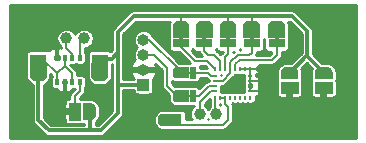
<source format=gbr>
G04 #@! TF.GenerationSoftware,KiCad,Pcbnew,(5.1.5)-3*
G04 #@! TF.CreationDate,2020-05-01T09:54:31-05:00*
G04 #@! TF.ProjectId,I2CSensors,49324353-656e-4736-9f72-732e6b696361,rev?*
G04 #@! TF.SameCoordinates,Original*
G04 #@! TF.FileFunction,Copper,L1,Top*
G04 #@! TF.FilePolarity,Positive*
%FSLAX46Y46*%
G04 Gerber Fmt 4.6, Leading zero omitted, Abs format (unit mm)*
G04 Created by KiCad (PCBNEW (5.1.5)-3) date 2020-05-01 09:54:31*
%MOMM*%
%LPD*%
G04 APERTURE LIST*
%ADD10C,0.100000*%
%ADD11C,0.910000*%
%ADD12R,1.400000X0.800000*%
%ADD13R,0.230000X0.350000*%
%ADD14R,0.350000X0.230000*%
%ADD15O,1.000000X1.000000*%
%ADD16R,1.000000X1.000000*%
%ADD17R,1.000000X1.500000*%
%ADD18R,1.500000X1.000000*%
%ADD19R,0.350000X0.500000*%
%ADD20R,0.600000X1.000000*%
%ADD21C,0.710000*%
%ADD22C,0.700000*%
%ADD23C,1.000000*%
%ADD24C,0.200000*%
%ADD25C,0.300000*%
%ADD26C,0.203200*%
%ADD27C,0.254000*%
G04 APERTURE END LIST*
D10*
G36*
X117900000Y-83500000D02*
G01*
X117900000Y-84700000D01*
X116500000Y-84700000D01*
X116500000Y-83500000D01*
X116800000Y-83200000D01*
X117600000Y-83200000D01*
X117900000Y-83500000D01*
G37*
G36*
X124000000Y-83500000D02*
G01*
X124000000Y-84700000D01*
X122600000Y-84700000D01*
X122600000Y-83500000D01*
X122900000Y-83200000D01*
X123700000Y-83200000D01*
X124000000Y-83500000D01*
G37*
G36*
X121900000Y-83500000D02*
G01*
X121900000Y-84700000D01*
X120500000Y-84700000D01*
X120500000Y-83500000D01*
X120800000Y-83200000D01*
X121600000Y-83200000D01*
X121900000Y-83500000D01*
G37*
G36*
X119900000Y-83500000D02*
G01*
X119900000Y-84700000D01*
X118500000Y-84700000D01*
X118500000Y-83500000D01*
X118800000Y-83200000D01*
X119600000Y-83200000D01*
X119900000Y-83500000D01*
G37*
G36*
X105300000Y-90600000D02*
G01*
X105800000Y-90600000D01*
X105800000Y-91200000D01*
X105300000Y-91200000D01*
X105300000Y-90600000D01*
G37*
G36*
X127000000Y-89800000D02*
G01*
X127000000Y-89300000D01*
X127600000Y-89300000D01*
X127600000Y-89800000D01*
X127000000Y-89800000D01*
G37*
G36*
X124100000Y-89800000D02*
G01*
X124100000Y-89300000D01*
X124700000Y-89300000D01*
X124700000Y-89800000D01*
X124100000Y-89800000D01*
G37*
G36*
X107632000Y-88008000D02*
G01*
X107632000Y-86808000D01*
X109032000Y-86808000D01*
X109032000Y-88008000D01*
X108732000Y-88308000D01*
X107932000Y-88308000D01*
X107632000Y-88008000D01*
G37*
G36*
X102432000Y-88008000D02*
G01*
X102432000Y-86808000D01*
X103832000Y-86808000D01*
X103832000Y-88008000D01*
X103532000Y-88308000D01*
X102732000Y-88308000D01*
X102432000Y-88008000D01*
G37*
G36*
X115900000Y-83500000D02*
G01*
X115900000Y-84700000D01*
X114500000Y-84700000D01*
X114500000Y-83500000D01*
X114800000Y-83200000D01*
X115600000Y-83200000D01*
X115900000Y-83500000D01*
G37*
G36*
X114700000Y-87100000D02*
G01*
X115900000Y-87100000D01*
X115900000Y-88100000D01*
X114700000Y-88100000D01*
X114500000Y-87900000D01*
X114500000Y-87300000D01*
X114700000Y-87100000D01*
G37*
G36*
X114700000Y-89100000D02*
G01*
X115900000Y-89100000D01*
X115900000Y-90100000D01*
X114700000Y-90100000D01*
X114500000Y-89900000D01*
X114500000Y-89300000D01*
X114700000Y-89100000D01*
G37*
G36*
X113500000Y-91100000D02*
G01*
X114700000Y-91100000D01*
X114700000Y-92100000D01*
X113500000Y-92100000D01*
X113300000Y-91900000D01*
X113300000Y-91300000D01*
X113500000Y-91100000D01*
G37*
D11*
X117200000Y-83900000D03*
X117200000Y-84300000D03*
D12*
X117200000Y-85100000D03*
D11*
X123300000Y-83900000D03*
X123300000Y-84300000D03*
D12*
X123300000Y-85100000D03*
D13*
X121085000Y-89725000D03*
X120655000Y-89725000D03*
X120225000Y-89725000D03*
X119795000Y-89725000D03*
X119365000Y-89725000D03*
X118935000Y-89725000D03*
X118505000Y-89725000D03*
X118075000Y-89725000D03*
X121085000Y-87275000D03*
X120655000Y-87275000D03*
X120225000Y-87275000D03*
X119795000Y-87275000D03*
X119365000Y-87275000D03*
X118935000Y-87275000D03*
X118505000Y-87275000D03*
D14*
X121055000Y-89145000D03*
X118105000Y-89145000D03*
X121055000Y-88715000D03*
X118105000Y-88715000D03*
X121055000Y-88285000D03*
X118105000Y-88285000D03*
X121055000Y-87855000D03*
X118105000Y-87855000D03*
D13*
X118075000Y-87275000D03*
D11*
X121200000Y-83900000D03*
X121200000Y-84300000D03*
D12*
X121200000Y-85100000D03*
D11*
X119200000Y-83900000D03*
X119200000Y-84300000D03*
D12*
X119200000Y-85100000D03*
D15*
X112032000Y-84817000D03*
X112032000Y-86087000D03*
X112032000Y-87357000D03*
D16*
X112032000Y-88627000D03*
G04 #@! TA.AperFunction,SMDPad,CuDef*
D10*
G36*
X105450000Y-91650000D02*
G01*
X104900000Y-91650000D01*
X104900000Y-91649398D01*
X104875466Y-91649398D01*
X104826635Y-91644588D01*
X104778510Y-91635016D01*
X104731555Y-91620772D01*
X104686222Y-91601995D01*
X104642949Y-91578864D01*
X104602150Y-91551604D01*
X104564221Y-91520476D01*
X104529524Y-91485779D01*
X104498396Y-91447850D01*
X104471136Y-91407051D01*
X104448005Y-91363778D01*
X104429228Y-91318445D01*
X104414984Y-91271490D01*
X104405412Y-91223365D01*
X104400602Y-91174534D01*
X104400602Y-91150000D01*
X104400000Y-91150000D01*
X104400000Y-90650000D01*
X104400602Y-90650000D01*
X104400602Y-90625466D01*
X104405412Y-90576635D01*
X104414984Y-90528510D01*
X104429228Y-90481555D01*
X104448005Y-90436222D01*
X104471136Y-90392949D01*
X104498396Y-90352150D01*
X104529524Y-90314221D01*
X104564221Y-90279524D01*
X104602150Y-90248396D01*
X104642949Y-90221136D01*
X104686222Y-90198005D01*
X104731555Y-90179228D01*
X104778510Y-90164984D01*
X104826635Y-90155412D01*
X104875466Y-90150602D01*
X104900000Y-90150602D01*
X104900000Y-90150000D01*
X105450000Y-90150000D01*
X105450000Y-91650000D01*
G37*
G04 #@! TD.AperFunction*
D17*
X106200000Y-90900000D03*
G04 #@! TA.AperFunction,SMDPad,CuDef*
D10*
G36*
X107500000Y-90150602D02*
G01*
X107524534Y-90150602D01*
X107573365Y-90155412D01*
X107621490Y-90164984D01*
X107668445Y-90179228D01*
X107713778Y-90198005D01*
X107757051Y-90221136D01*
X107797850Y-90248396D01*
X107835779Y-90279524D01*
X107870476Y-90314221D01*
X107901604Y-90352150D01*
X107928864Y-90392949D01*
X107951995Y-90436222D01*
X107970772Y-90481555D01*
X107985016Y-90528510D01*
X107994588Y-90576635D01*
X107999398Y-90625466D01*
X107999398Y-90650000D01*
X108000000Y-90650000D01*
X108000000Y-91150000D01*
X107999398Y-91150000D01*
X107999398Y-91174534D01*
X107994588Y-91223365D01*
X107985016Y-91271490D01*
X107970772Y-91318445D01*
X107951995Y-91363778D01*
X107928864Y-91407051D01*
X107901604Y-91447850D01*
X107870476Y-91485779D01*
X107835779Y-91520476D01*
X107797850Y-91551604D01*
X107757051Y-91578864D01*
X107713778Y-91601995D01*
X107668445Y-91620772D01*
X107621490Y-91635016D01*
X107573365Y-91644588D01*
X107524534Y-91649398D01*
X107500000Y-91649398D01*
X107500000Y-91650000D01*
X106950000Y-91650000D01*
X106950000Y-90150000D01*
X107500000Y-90150000D01*
X107500000Y-90150602D01*
G37*
G04 #@! TD.AperFunction*
G04 #@! TA.AperFunction,SMDPad,CuDef*
G36*
X128050000Y-89650000D02*
G01*
X128050000Y-90200000D01*
X128049398Y-90200000D01*
X128049398Y-90224534D01*
X128044588Y-90273365D01*
X128035016Y-90321490D01*
X128020772Y-90368445D01*
X128001995Y-90413778D01*
X127978864Y-90457051D01*
X127951604Y-90497850D01*
X127920476Y-90535779D01*
X127885779Y-90570476D01*
X127847850Y-90601604D01*
X127807051Y-90628864D01*
X127763778Y-90651995D01*
X127718445Y-90670772D01*
X127671490Y-90685016D01*
X127623365Y-90694588D01*
X127574534Y-90699398D01*
X127550000Y-90699398D01*
X127550000Y-90700000D01*
X127050000Y-90700000D01*
X127050000Y-90699398D01*
X127025466Y-90699398D01*
X126976635Y-90694588D01*
X126928510Y-90685016D01*
X126881555Y-90670772D01*
X126836222Y-90651995D01*
X126792949Y-90628864D01*
X126752150Y-90601604D01*
X126714221Y-90570476D01*
X126679524Y-90535779D01*
X126648396Y-90497850D01*
X126621136Y-90457051D01*
X126598005Y-90413778D01*
X126579228Y-90368445D01*
X126564984Y-90321490D01*
X126555412Y-90273365D01*
X126550602Y-90224534D01*
X126550602Y-90200000D01*
X126550000Y-90200000D01*
X126550000Y-89650000D01*
X128050000Y-89650000D01*
G37*
G04 #@! TD.AperFunction*
D18*
X127300000Y-88900000D03*
G04 #@! TA.AperFunction,SMDPad,CuDef*
D10*
G36*
X126550602Y-87600000D02*
G01*
X126550602Y-87575466D01*
X126555412Y-87526635D01*
X126564984Y-87478510D01*
X126579228Y-87431555D01*
X126598005Y-87386222D01*
X126621136Y-87342949D01*
X126648396Y-87302150D01*
X126679524Y-87264221D01*
X126714221Y-87229524D01*
X126752150Y-87198396D01*
X126792949Y-87171136D01*
X126836222Y-87148005D01*
X126881555Y-87129228D01*
X126928510Y-87114984D01*
X126976635Y-87105412D01*
X127025466Y-87100602D01*
X127050000Y-87100602D01*
X127050000Y-87100000D01*
X127550000Y-87100000D01*
X127550000Y-87100602D01*
X127574534Y-87100602D01*
X127623365Y-87105412D01*
X127671490Y-87114984D01*
X127718445Y-87129228D01*
X127763778Y-87148005D01*
X127807051Y-87171136D01*
X127847850Y-87198396D01*
X127885779Y-87229524D01*
X127920476Y-87264221D01*
X127951604Y-87302150D01*
X127978864Y-87342949D01*
X128001995Y-87386222D01*
X128020772Y-87431555D01*
X128035016Y-87478510D01*
X128044588Y-87526635D01*
X128049398Y-87575466D01*
X128049398Y-87600000D01*
X128050000Y-87600000D01*
X128050000Y-88150000D01*
X126550000Y-88150000D01*
X126550000Y-87600000D01*
X126550602Y-87600000D01*
G37*
G04 #@! TD.AperFunction*
G04 #@! TA.AperFunction,SMDPad,CuDef*
G36*
X125150000Y-89650000D02*
G01*
X125150000Y-90200000D01*
X125149398Y-90200000D01*
X125149398Y-90224534D01*
X125144588Y-90273365D01*
X125135016Y-90321490D01*
X125120772Y-90368445D01*
X125101995Y-90413778D01*
X125078864Y-90457051D01*
X125051604Y-90497850D01*
X125020476Y-90535779D01*
X124985779Y-90570476D01*
X124947850Y-90601604D01*
X124907051Y-90628864D01*
X124863778Y-90651995D01*
X124818445Y-90670772D01*
X124771490Y-90685016D01*
X124723365Y-90694588D01*
X124674534Y-90699398D01*
X124650000Y-90699398D01*
X124650000Y-90700000D01*
X124150000Y-90700000D01*
X124150000Y-90699398D01*
X124125466Y-90699398D01*
X124076635Y-90694588D01*
X124028510Y-90685016D01*
X123981555Y-90670772D01*
X123936222Y-90651995D01*
X123892949Y-90628864D01*
X123852150Y-90601604D01*
X123814221Y-90570476D01*
X123779524Y-90535779D01*
X123748396Y-90497850D01*
X123721136Y-90457051D01*
X123698005Y-90413778D01*
X123679228Y-90368445D01*
X123664984Y-90321490D01*
X123655412Y-90273365D01*
X123650602Y-90224534D01*
X123650602Y-90200000D01*
X123650000Y-90200000D01*
X123650000Y-89650000D01*
X125150000Y-89650000D01*
G37*
G04 #@! TD.AperFunction*
D18*
X124400000Y-88900000D03*
G04 #@! TA.AperFunction,SMDPad,CuDef*
D10*
G36*
X123650602Y-87600000D02*
G01*
X123650602Y-87575466D01*
X123655412Y-87526635D01*
X123664984Y-87478510D01*
X123679228Y-87431555D01*
X123698005Y-87386222D01*
X123721136Y-87342949D01*
X123748396Y-87302150D01*
X123779524Y-87264221D01*
X123814221Y-87229524D01*
X123852150Y-87198396D01*
X123892949Y-87171136D01*
X123936222Y-87148005D01*
X123981555Y-87129228D01*
X124028510Y-87114984D01*
X124076635Y-87105412D01*
X124125466Y-87100602D01*
X124150000Y-87100602D01*
X124150000Y-87100000D01*
X124650000Y-87100000D01*
X124650000Y-87100602D01*
X124674534Y-87100602D01*
X124723365Y-87105412D01*
X124771490Y-87114984D01*
X124818445Y-87129228D01*
X124863778Y-87148005D01*
X124907051Y-87171136D01*
X124947850Y-87198396D01*
X124985779Y-87229524D01*
X125020476Y-87264221D01*
X125051604Y-87302150D01*
X125078864Y-87342949D01*
X125101995Y-87386222D01*
X125120772Y-87431555D01*
X125135016Y-87478510D01*
X125144588Y-87526635D01*
X125149398Y-87575466D01*
X125149398Y-87600000D01*
X125150000Y-87600000D01*
X125150000Y-88150000D01*
X123650000Y-88150000D01*
X123650000Y-87600000D01*
X123650602Y-87600000D01*
G37*
G04 #@! TD.AperFunction*
D19*
X106650000Y-88393000D03*
X106000000Y-88393000D03*
X105350000Y-88393000D03*
X104700000Y-88393000D03*
X104700000Y-86343000D03*
X105350000Y-86343000D03*
X106000000Y-86343000D03*
X106650000Y-86343000D03*
D11*
X108332000Y-87608000D03*
X108332000Y-87208000D03*
D12*
X108332000Y-86408000D03*
D11*
X103132000Y-87608000D03*
X103132000Y-87208000D03*
D12*
X103132000Y-86408000D03*
D11*
X115200000Y-83900000D03*
X115200000Y-84300000D03*
D12*
X115200000Y-85100000D03*
D20*
X116200000Y-87600000D03*
D21*
X115375000Y-87600000D03*
X115025000Y-87600000D03*
D20*
X116200000Y-89600000D03*
D21*
X115375000Y-89600000D03*
X115025000Y-89600000D03*
D20*
X115000000Y-91600000D03*
D21*
X114175000Y-91600000D03*
X113825000Y-91600000D03*
D22*
X104000000Y-89700000D03*
D23*
X108500000Y-84700000D03*
X107000000Y-84700000D03*
X105500000Y-84700000D03*
D22*
X127300032Y-88900000D03*
D23*
X116800000Y-91099991D03*
D22*
X124400000Y-88900000D03*
D23*
X118200000Y-91100000D03*
D24*
X119200000Y-85100000D02*
X119200000Y-86000000D01*
X118935000Y-86265000D02*
X118935000Y-87275000D01*
X119200000Y-86000000D02*
X118935000Y-86265000D01*
D25*
X124600000Y-82800000D02*
X125900000Y-84100000D01*
X125900000Y-86200000D02*
X127300000Y-87600000D01*
X125900000Y-84100000D02*
X125900000Y-86200000D01*
X125800000Y-86200000D02*
X124400000Y-87600000D01*
D24*
X125900000Y-86200000D02*
X125800000Y-86200000D01*
X119200000Y-85100000D02*
X119200000Y-82800000D01*
X119365000Y-86739300D02*
X120004300Y-86100000D01*
X119365000Y-87275000D02*
X119365000Y-86739300D01*
X120004300Y-86100000D02*
X121000000Y-86100000D01*
X121200000Y-85900000D02*
X121200000Y-85100000D01*
X121000000Y-86100000D02*
X121200000Y-85900000D01*
X121200000Y-82800000D02*
X121200000Y-85100000D01*
D25*
X121200000Y-82800000D02*
X124600000Y-82800000D01*
X119200000Y-82800000D02*
X121200000Y-82800000D01*
D24*
X115200000Y-85100000D02*
X115200000Y-82800000D01*
D25*
X115200000Y-82800000D02*
X119200000Y-82800000D01*
X108332000Y-87108000D02*
X108332000Y-86408000D01*
X112032000Y-88627000D02*
X109851000Y-88627000D01*
X103132000Y-87108000D02*
X103132000Y-86408000D01*
X109851000Y-91049000D02*
X108400000Y-92500000D01*
X103132000Y-91632000D02*
X103132000Y-87108000D01*
X109851000Y-88627000D02*
X109851000Y-91049000D01*
X104000000Y-92500000D02*
X103132000Y-91632000D01*
X107500000Y-90900000D02*
X107500000Y-91647592D01*
X108400000Y-92500000D02*
X107500000Y-92500000D01*
X107500000Y-91647592D02*
X107500000Y-92500000D01*
X107500000Y-92500000D02*
X104000000Y-92500000D01*
D24*
X104700000Y-87676000D02*
X104700000Y-87943000D01*
X103432000Y-86408000D02*
X104700000Y-87676000D01*
X104700000Y-87943000D02*
X104700000Y-88393000D01*
X103132000Y-86408000D02*
X103432000Y-86408000D01*
X105350000Y-87026000D02*
X105350000Y-86343000D01*
X104700000Y-87676000D02*
X105350000Y-87026000D01*
X106000000Y-87676000D02*
X106000000Y-88393000D01*
X105350000Y-87026000D02*
X106000000Y-87676000D01*
X118480000Y-88285000D02*
X118105000Y-88285000D01*
X119365000Y-87650000D02*
X118730000Y-88285000D01*
X118730000Y-88285000D02*
X118480000Y-88285000D01*
X119365000Y-87275000D02*
X119365000Y-87650000D01*
D25*
X115200000Y-82800000D02*
X111200000Y-82800000D01*
X111200000Y-82800000D02*
X109851000Y-84149000D01*
X109851000Y-84149000D02*
X109851000Y-88627000D01*
X109332000Y-86408000D02*
X108332000Y-86408000D01*
X109851000Y-84149000D02*
X109851000Y-85889000D01*
X109851000Y-85889000D02*
X109332000Y-86408000D01*
D24*
X121200000Y-85100000D02*
X121200000Y-84300000D01*
X117414999Y-86600000D02*
X118089999Y-87275000D01*
X115200000Y-85100000D02*
X115200000Y-85400000D01*
X116400000Y-86600000D02*
X117414999Y-86600000D01*
X115200000Y-85400000D02*
X116400000Y-86600000D01*
X105350000Y-88393000D02*
X105350000Y-89350000D01*
X104900000Y-89800000D02*
X104900000Y-90900000D01*
X105350000Y-89350000D02*
X104900000Y-89800000D01*
X104900000Y-90900000D02*
X104900000Y-90600000D01*
X104900000Y-90600000D02*
X104000000Y-89700000D01*
X123000000Y-90200000D02*
X124400000Y-90200000D01*
X121055000Y-89145000D02*
X121945000Y-89145000D01*
X121945000Y-89145000D02*
X123000000Y-90200000D01*
X120225000Y-87275000D02*
X120655000Y-87275000D01*
X120655000Y-87275000D02*
X121085000Y-87275000D01*
X121085000Y-87275000D02*
X122075000Y-87275000D01*
X121055000Y-87855000D02*
X121055000Y-88285000D01*
X121055000Y-88285000D02*
X121055000Y-88715000D01*
X121055000Y-88715000D02*
X121055000Y-89145000D01*
X121085000Y-87825000D02*
X121055000Y-87855000D01*
X121085000Y-87275000D02*
X121085000Y-87825000D01*
X121055000Y-88285000D02*
X121985000Y-88285000D01*
X122075000Y-88195000D02*
X121985000Y-88285000D01*
X122075000Y-87275000D02*
X122075000Y-88195000D01*
X107149998Y-83349998D02*
X108000001Y-84200001D01*
X108000001Y-84200001D02*
X108500000Y-84700000D01*
X104700000Y-84037996D02*
X105387998Y-83349998D01*
X105387998Y-83349998D02*
X107149998Y-83349998D01*
X104700000Y-86343000D02*
X104700000Y-84037996D01*
X123300000Y-86100000D02*
X122900000Y-86500000D01*
X119795000Y-86874998D02*
X119795000Y-86900000D01*
X123300000Y-85100000D02*
X123300000Y-86100000D01*
X122900000Y-86500000D02*
X120169998Y-86500000D01*
X119795000Y-86900000D02*
X119795000Y-87275000D01*
X120169998Y-86500000D02*
X119795000Y-86874998D01*
X123300000Y-83900000D02*
X123300000Y-85100000D01*
X117500000Y-86100000D02*
X117200000Y-85800000D01*
X117200000Y-85800000D02*
X117200000Y-85100000D01*
X118505000Y-87005000D02*
X118490001Y-86990001D01*
X118505000Y-87275000D02*
X118505000Y-87005000D01*
X118490001Y-86990001D02*
X118490001Y-86600000D01*
X118490001Y-86600000D02*
X117990001Y-86100000D01*
X117990001Y-86100000D02*
X117500000Y-86100000D01*
X117200000Y-85100000D02*
X117200000Y-84300000D01*
X117730000Y-87855000D02*
X117475000Y-87600000D01*
X118105000Y-87855000D02*
X117730000Y-87855000D01*
X117475000Y-87600000D02*
X116200000Y-87600000D01*
X116200000Y-87600000D02*
X115500000Y-87600000D01*
X116200000Y-87600000D02*
X115025000Y-87600000D01*
X112517000Y-84817000D02*
X112032000Y-84817000D01*
X115025000Y-87600000D02*
X115025000Y-87325000D01*
X115025000Y-87325000D02*
X112517000Y-84817000D01*
X106650000Y-85050000D02*
X107000000Y-84700000D01*
X106650000Y-86343000D02*
X106650000Y-85050000D01*
X117585000Y-88715000D02*
X117730000Y-88715000D01*
X117730000Y-88715000D02*
X118105000Y-88715000D01*
X116700000Y-89600000D02*
X117585000Y-88715000D01*
X116200000Y-89600000D02*
X116700000Y-89600000D01*
X112887000Y-86087000D02*
X112032000Y-86087000D01*
X114000000Y-87200000D02*
X112887000Y-86087000D01*
X116200000Y-89600000D02*
X114900000Y-89600000D01*
X114000000Y-88700000D02*
X114000000Y-87200000D01*
X114900000Y-89600000D02*
X114000000Y-88700000D01*
X105500000Y-85500000D02*
X105500000Y-84700000D01*
X106000000Y-86343000D02*
X106000000Y-86000000D01*
X106000000Y-86000000D02*
X105500000Y-85500000D01*
X106650000Y-88393000D02*
X106650000Y-89150000D01*
X106200000Y-89600000D02*
X106200000Y-90900000D01*
X106650000Y-89150000D02*
X106200000Y-89600000D01*
X116800000Y-90392885D02*
X116800000Y-91099991D01*
X117730000Y-89145000D02*
X116800000Y-90075000D01*
X118105000Y-89145000D02*
X117730000Y-89145000D01*
X116800000Y-90075000D02*
X116800000Y-90392885D01*
X118075000Y-89725000D02*
X118075000Y-90975000D01*
X118075000Y-90975000D02*
X118200000Y-91100000D01*
D26*
X118935000Y-89725000D02*
X118505000Y-89725000D01*
D24*
X115000000Y-91600000D02*
X113825000Y-91600000D01*
X115200000Y-92000000D02*
X115000000Y-91800000D01*
X115000000Y-91800000D02*
X115000000Y-91600000D01*
X118935000Y-89725000D02*
X118935000Y-90235000D01*
X119200000Y-91600000D02*
X118800000Y-92000000D01*
X118935000Y-90235000D02*
X119200000Y-90500000D01*
X119200000Y-90500000D02*
X119200000Y-91600000D01*
X118800000Y-92000000D02*
X115200000Y-92000000D01*
D27*
G36*
X130044801Y-93144800D02*
G01*
X100755200Y-93144800D01*
X100755200Y-86008000D01*
X102100203Y-86008000D01*
X102100203Y-86808000D01*
X102101800Y-86824215D01*
X102101800Y-88008000D01*
X102104776Y-88038349D01*
X102107435Y-88068740D01*
X102107920Y-88070408D01*
X102108089Y-88072136D01*
X102116904Y-88101334D01*
X102125414Y-88130625D01*
X102126213Y-88132167D01*
X102126715Y-88133829D01*
X102141062Y-88160813D01*
X102155072Y-88187840D01*
X102156151Y-88189192D01*
X102156969Y-88190730D01*
X102176264Y-88214388D01*
X102195276Y-88238204D01*
X102197664Y-88240626D01*
X102197700Y-88240670D01*
X102197740Y-88240703D01*
X102198513Y-88241487D01*
X102498513Y-88541487D01*
X102522113Y-88560872D01*
X102545448Y-88580452D01*
X102546967Y-88581287D01*
X102548311Y-88582391D01*
X102575235Y-88596828D01*
X102601920Y-88611498D01*
X102603572Y-88612022D01*
X102605105Y-88612844D01*
X102634346Y-88621784D01*
X102651801Y-88627321D01*
X102651800Y-91608423D01*
X102649478Y-91632000D01*
X102651800Y-91655577D01*
X102651800Y-91655584D01*
X102658749Y-91726135D01*
X102686207Y-91816653D01*
X102730797Y-91900075D01*
X102790805Y-91973195D01*
X102809129Y-91988233D01*
X103643771Y-92822876D01*
X103658805Y-92841195D01*
X103731925Y-92901203D01*
X103815346Y-92945793D01*
X103905864Y-92973251D01*
X103976415Y-92980200D01*
X103976425Y-92980200D01*
X103999999Y-92982522D01*
X104023574Y-92980200D01*
X107476415Y-92980200D01*
X107500000Y-92982523D01*
X107523585Y-92980200D01*
X108376423Y-92980200D01*
X108400000Y-92982522D01*
X108423577Y-92980200D01*
X108423585Y-92980200D01*
X108494136Y-92973251D01*
X108584654Y-92945793D01*
X108668075Y-92901203D01*
X108741195Y-92841195D01*
X108756234Y-92822871D01*
X110173876Y-91405229D01*
X110192195Y-91390195D01*
X110252203Y-91317075D01*
X110296793Y-91233654D01*
X110324251Y-91143136D01*
X110331200Y-91072585D01*
X110331200Y-91072577D01*
X110333522Y-91049000D01*
X110331200Y-91025423D01*
X110331200Y-89107200D01*
X111200203Y-89107200D01*
X111200203Y-89127000D01*
X111206578Y-89191730D01*
X111225460Y-89253973D01*
X111256121Y-89311337D01*
X111297384Y-89361616D01*
X111347663Y-89402879D01*
X111405027Y-89433540D01*
X111467270Y-89452422D01*
X111532000Y-89458797D01*
X112532000Y-89458797D01*
X112596730Y-89452422D01*
X112658973Y-89433540D01*
X112716337Y-89402879D01*
X112766616Y-89361616D01*
X112807879Y-89311337D01*
X112838540Y-89253973D01*
X112857422Y-89191730D01*
X112863797Y-89127000D01*
X112863797Y-88127000D01*
X112863594Y-88124943D01*
X112890865Y-88099020D01*
X113019123Y-87917206D01*
X113109446Y-87713864D01*
X113126119Y-87658874D01*
X112999954Y-87484000D01*
X112159000Y-87484000D01*
X112159000Y-87504000D01*
X111905000Y-87504000D01*
X111905000Y-87484000D01*
X111064046Y-87484000D01*
X110937881Y-87658874D01*
X110954554Y-87713864D01*
X111044877Y-87917206D01*
X111173135Y-88099020D01*
X111200406Y-88124943D01*
X111200203Y-88127000D01*
X111200203Y-88146800D01*
X110331200Y-88146800D01*
X110331200Y-85912577D01*
X110333522Y-85889000D01*
X110331200Y-85865423D01*
X110331200Y-84347904D01*
X111398905Y-83280200D01*
X114255271Y-83280200D01*
X114247142Y-83290096D01*
X114227548Y-83313448D01*
X114226713Y-83314967D01*
X114225609Y-83316311D01*
X114211172Y-83343235D01*
X114196502Y-83369920D01*
X114195978Y-83371572D01*
X114195156Y-83373105D01*
X114186216Y-83402346D01*
X114177016Y-83431348D01*
X114176823Y-83433068D01*
X114176314Y-83434733D01*
X114173228Y-83465116D01*
X114169832Y-83495390D01*
X114169808Y-83498784D01*
X114169802Y-83498847D01*
X114169808Y-83498906D01*
X114169800Y-83500000D01*
X114169800Y-84683785D01*
X114168203Y-84700000D01*
X114168203Y-85500000D01*
X114174578Y-85564730D01*
X114193460Y-85626973D01*
X114224121Y-85684337D01*
X114265384Y-85734616D01*
X114315663Y-85775879D01*
X114373027Y-85806540D01*
X114435270Y-85825422D01*
X114500000Y-85831797D01*
X115023404Y-85831797D01*
X115959808Y-86768203D01*
X115900000Y-86768203D01*
X115883785Y-86769800D01*
X115078195Y-86769800D01*
X112836147Y-84527754D01*
X112822669Y-84511331D01*
X112794370Y-84488107D01*
X112767714Y-84423753D01*
X112676858Y-84287778D01*
X112561222Y-84172142D01*
X112425247Y-84081286D01*
X112274160Y-84018704D01*
X112113768Y-83986800D01*
X111950232Y-83986800D01*
X111789840Y-84018704D01*
X111638753Y-84081286D01*
X111502778Y-84172142D01*
X111387142Y-84287778D01*
X111296286Y-84423753D01*
X111233704Y-84574840D01*
X111201800Y-84735232D01*
X111201800Y-84898768D01*
X111233704Y-85059160D01*
X111296286Y-85210247D01*
X111387142Y-85346222D01*
X111492920Y-85452000D01*
X111387142Y-85557778D01*
X111296286Y-85693753D01*
X111233704Y-85844840D01*
X111201800Y-86005232D01*
X111201800Y-86168768D01*
X111233704Y-86329160D01*
X111296286Y-86480247D01*
X111303505Y-86491050D01*
X111173135Y-86614980D01*
X111044877Y-86796794D01*
X110954554Y-87000136D01*
X110937881Y-87055126D01*
X111064046Y-87230000D01*
X111905000Y-87230000D01*
X111905000Y-87210000D01*
X112159000Y-87210000D01*
X112159000Y-87230000D01*
X112999954Y-87230000D01*
X113126119Y-87055126D01*
X113109446Y-87000136D01*
X113043676Y-86852070D01*
X113569801Y-87378196D01*
X113569800Y-88678873D01*
X113567719Y-88700000D01*
X113569800Y-88721127D01*
X113569800Y-88721128D01*
X113576025Y-88784333D01*
X113600624Y-88865426D01*
X113640571Y-88940161D01*
X113694331Y-89005669D01*
X113710753Y-89019146D01*
X114169800Y-89478194D01*
X114169800Y-89900000D01*
X114172776Y-89930349D01*
X114175435Y-89960740D01*
X114175920Y-89962408D01*
X114176089Y-89964136D01*
X114184904Y-89993334D01*
X114193414Y-90022625D01*
X114194213Y-90024167D01*
X114194715Y-90025829D01*
X114209062Y-90052813D01*
X114223072Y-90079840D01*
X114224151Y-90081192D01*
X114224969Y-90082730D01*
X114244264Y-90106388D01*
X114263276Y-90130204D01*
X114265664Y-90132626D01*
X114265700Y-90132670D01*
X114265740Y-90132703D01*
X114266513Y-90133487D01*
X114466514Y-90333487D01*
X114490067Y-90352833D01*
X114513448Y-90372452D01*
X114514970Y-90373289D01*
X114516312Y-90374391D01*
X114543195Y-90388806D01*
X114569920Y-90403498D01*
X114571575Y-90404023D01*
X114573106Y-90404844D01*
X114602319Y-90413776D01*
X114631348Y-90422984D01*
X114633070Y-90423177D01*
X114634734Y-90423686D01*
X114665107Y-90426771D01*
X114695390Y-90430168D01*
X114698785Y-90430192D01*
X114698848Y-90430198D01*
X114698907Y-90430192D01*
X114700000Y-90430200D01*
X115883785Y-90430200D01*
X115900000Y-90431797D01*
X116305703Y-90431797D01*
X116270778Y-90455133D01*
X116155142Y-90570769D01*
X116064286Y-90706744D01*
X116001704Y-90857831D01*
X115969800Y-91018223D01*
X115969800Y-91181759D01*
X116001704Y-91342151D01*
X116064286Y-91493238D01*
X116115443Y-91569800D01*
X115631797Y-91569800D01*
X115631797Y-91100000D01*
X115625422Y-91035270D01*
X115606540Y-90973027D01*
X115575879Y-90915663D01*
X115534616Y-90865384D01*
X115484337Y-90824121D01*
X115426973Y-90793460D01*
X115364730Y-90774578D01*
X115300000Y-90768203D01*
X114700000Y-90768203D01*
X114683785Y-90769800D01*
X113500000Y-90769800D01*
X113469651Y-90772776D01*
X113439260Y-90775435D01*
X113437592Y-90775920D01*
X113435864Y-90776089D01*
X113406666Y-90784904D01*
X113377375Y-90793414D01*
X113375833Y-90794213D01*
X113374171Y-90794715D01*
X113347227Y-90809041D01*
X113320160Y-90823071D01*
X113318804Y-90824153D01*
X113317270Y-90824969D01*
X113293639Y-90844242D01*
X113269796Y-90863276D01*
X113267378Y-90865661D01*
X113267330Y-90865700D01*
X113267293Y-90865744D01*
X113266514Y-90866513D01*
X113066513Y-91066513D01*
X113047128Y-91090113D01*
X113027548Y-91113448D01*
X113026713Y-91114967D01*
X113025609Y-91116311D01*
X113011172Y-91143235D01*
X112996502Y-91169920D01*
X112995978Y-91171572D01*
X112995156Y-91173105D01*
X112986216Y-91202346D01*
X112977016Y-91231348D01*
X112976823Y-91233068D01*
X112976314Y-91234733D01*
X112973228Y-91265116D01*
X112969832Y-91295390D01*
X112969808Y-91298784D01*
X112969802Y-91298847D01*
X112969808Y-91298906D01*
X112969800Y-91300000D01*
X112969800Y-91900000D01*
X112972776Y-91930349D01*
X112975435Y-91960740D01*
X112975920Y-91962408D01*
X112976089Y-91964136D01*
X112984904Y-91993334D01*
X112993414Y-92022625D01*
X112994213Y-92024167D01*
X112994715Y-92025829D01*
X113009062Y-92052813D01*
X113023072Y-92079840D01*
X113024151Y-92081192D01*
X113024969Y-92082730D01*
X113044264Y-92106388D01*
X113063276Y-92130204D01*
X113065664Y-92132626D01*
X113065700Y-92132670D01*
X113065740Y-92132703D01*
X113066513Y-92133487D01*
X113266514Y-92333487D01*
X113290067Y-92352833D01*
X113313448Y-92372452D01*
X113314970Y-92373289D01*
X113316312Y-92374391D01*
X113343195Y-92388806D01*
X113369920Y-92403498D01*
X113371575Y-92404023D01*
X113373106Y-92404844D01*
X113402319Y-92413776D01*
X113431348Y-92422984D01*
X113433070Y-92423177D01*
X113434734Y-92423686D01*
X113465107Y-92426771D01*
X113495390Y-92430168D01*
X113498785Y-92430192D01*
X113498848Y-92430198D01*
X113498907Y-92430192D01*
X113500000Y-92430200D01*
X114683785Y-92430200D01*
X114700000Y-92431797D01*
X115195086Y-92431797D01*
X115200000Y-92432281D01*
X115204914Y-92431797D01*
X115300000Y-92431797D01*
X115316215Y-92430200D01*
X118778873Y-92430200D01*
X118800000Y-92432281D01*
X118821127Y-92430200D01*
X118821129Y-92430200D01*
X118884334Y-92423975D01*
X118965427Y-92399376D01*
X119040162Y-92359429D01*
X119105669Y-92305669D01*
X119119146Y-92289247D01*
X119489257Y-91919138D01*
X119505669Y-91905669D01*
X119559429Y-91840162D01*
X119599376Y-91765427D01*
X119623975Y-91684334D01*
X119630200Y-91621129D01*
X119630200Y-91621120D01*
X119632280Y-91600001D01*
X119630200Y-91578882D01*
X119630200Y-90521129D01*
X119632281Y-90500000D01*
X119623975Y-90415665D01*
X119599376Y-90334573D01*
X119559429Y-90259837D01*
X119532856Y-90227459D01*
X119532198Y-90226656D01*
X119544730Y-90225422D01*
X119580000Y-90214723D01*
X119615270Y-90225422D01*
X119680000Y-90231797D01*
X119910000Y-90231797D01*
X119974730Y-90225422D01*
X120010000Y-90214723D01*
X120045270Y-90225422D01*
X120110000Y-90231797D01*
X120340000Y-90231797D01*
X120404730Y-90225422D01*
X120440000Y-90214723D01*
X120475270Y-90225422D01*
X120540000Y-90231797D01*
X120770000Y-90231797D01*
X120834730Y-90225422D01*
X120870000Y-90214723D01*
X120905270Y-90225422D01*
X120970000Y-90231797D01*
X121200000Y-90231797D01*
X121264730Y-90225422D01*
X121326973Y-90206540D01*
X121384337Y-90175879D01*
X121434616Y-90134616D01*
X121475879Y-90084337D01*
X121506540Y-90026973D01*
X121525422Y-89964730D01*
X121531797Y-89900000D01*
X121531797Y-89819535D01*
X121560603Y-89805745D01*
X121660720Y-89730761D01*
X121744285Y-89637686D01*
X121808086Y-89530097D01*
X121849672Y-89412128D01*
X121865000Y-89303750D01*
X121753461Y-89192211D01*
X121808086Y-89100097D01*
X121839083Y-89012167D01*
X121865000Y-88986250D01*
X121857045Y-88930000D01*
X121865000Y-88873750D01*
X121839083Y-88847833D01*
X121808086Y-88759903D01*
X121781458Y-88715000D01*
X121808086Y-88670097D01*
X121839083Y-88582167D01*
X121865000Y-88556250D01*
X121857045Y-88500000D01*
X121865000Y-88443750D01*
X121839083Y-88417833D01*
X121808086Y-88329903D01*
X121781458Y-88285000D01*
X121808086Y-88240097D01*
X121839083Y-88152167D01*
X121865000Y-88126250D01*
X121857045Y-88070000D01*
X121865000Y-88013750D01*
X121839083Y-87987833D01*
X121808086Y-87899903D01*
X121753461Y-87807789D01*
X121865000Y-87696250D01*
X121849672Y-87587872D01*
X121831413Y-87536076D01*
X121835000Y-87481750D01*
X121786133Y-87432883D01*
X121744285Y-87362314D01*
X121660720Y-87269239D01*
X121604323Y-87227000D01*
X121676250Y-87227000D01*
X121835000Y-87068250D01*
X121830719Y-87003410D01*
X121812015Y-86930200D01*
X122878873Y-86930200D01*
X122900000Y-86932281D01*
X122921127Y-86930200D01*
X122921129Y-86930200D01*
X122984334Y-86923975D01*
X123065427Y-86899376D01*
X123140162Y-86859429D01*
X123205669Y-86805669D01*
X123219146Y-86789247D01*
X123589258Y-86419137D01*
X123605669Y-86405669D01*
X123659429Y-86340162D01*
X123699376Y-86265427D01*
X123723975Y-86184334D01*
X123730200Y-86121129D01*
X123730200Y-86121120D01*
X123732280Y-86100001D01*
X123730200Y-86078882D01*
X123730200Y-85831797D01*
X124000000Y-85831797D01*
X124064730Y-85825422D01*
X124126973Y-85806540D01*
X124184337Y-85775879D01*
X124234616Y-85734616D01*
X124275879Y-85684337D01*
X124306540Y-85626973D01*
X124325422Y-85564730D01*
X124331797Y-85500000D01*
X124331797Y-84700000D01*
X124330200Y-84683785D01*
X124330200Y-83500000D01*
X124327224Y-83469655D01*
X124324565Y-83439259D01*
X124324080Y-83437591D01*
X124323911Y-83435864D01*
X124315099Y-83406678D01*
X124306586Y-83377375D01*
X124305787Y-83375833D01*
X124305285Y-83374171D01*
X124290938Y-83347187D01*
X124276928Y-83320160D01*
X124275849Y-83318808D01*
X124275031Y-83317270D01*
X124255736Y-83293612D01*
X124245029Y-83280200D01*
X124401096Y-83280200D01*
X125419800Y-84298906D01*
X125419801Y-85901094D01*
X124552694Y-86768202D01*
X124150000Y-86768202D01*
X124125549Y-86770610D01*
X124100991Y-86770610D01*
X124036261Y-86776985D01*
X123940128Y-86796107D01*
X123877886Y-86814988D01*
X123787330Y-86852497D01*
X123729965Y-86883159D01*
X123648466Y-86937615D01*
X123598186Y-86978878D01*
X123528878Y-87048186D01*
X123487615Y-87098466D01*
X123433159Y-87179965D01*
X123402497Y-87237330D01*
X123364988Y-87327886D01*
X123346107Y-87390128D01*
X123326985Y-87486261D01*
X123320610Y-87550991D01*
X123320610Y-87575549D01*
X123318202Y-87600000D01*
X123318202Y-88150000D01*
X123324577Y-88214731D01*
X123342861Y-88275002D01*
X123324578Y-88335270D01*
X123318203Y-88400000D01*
X123318203Y-89400000D01*
X123324578Y-89464730D01*
X123343460Y-89526973D01*
X123374121Y-89584337D01*
X123415384Y-89634616D01*
X123465663Y-89675879D01*
X123523027Y-89706540D01*
X123585270Y-89725422D01*
X123650000Y-89731797D01*
X123769800Y-89731797D01*
X123769800Y-89800000D01*
X123772831Y-89830914D01*
X123775649Y-89861873D01*
X123775976Y-89862984D01*
X123776089Y-89864136D01*
X123785066Y-89893870D01*
X123793844Y-89923695D01*
X123794381Y-89924721D01*
X123794715Y-89925829D01*
X123809304Y-89953268D01*
X123823700Y-89980805D01*
X123824425Y-89981706D01*
X123824969Y-89982730D01*
X123844600Y-90006799D01*
X123864081Y-90031029D01*
X123864970Y-90031775D01*
X123865700Y-90032670D01*
X123889613Y-90052453D01*
X123913448Y-90072452D01*
X123914463Y-90073010D01*
X123915355Y-90073748D01*
X123942705Y-90088537D01*
X123969920Y-90103498D01*
X123971022Y-90103848D01*
X123972042Y-90104399D01*
X124001793Y-90113609D01*
X124031348Y-90122984D01*
X124032495Y-90123113D01*
X124033604Y-90123456D01*
X124064545Y-90126708D01*
X124095390Y-90130168D01*
X124097613Y-90130183D01*
X124097695Y-90130192D01*
X124097777Y-90130185D01*
X124100000Y-90130200D01*
X124700000Y-90130200D01*
X124730914Y-90127169D01*
X124761873Y-90124351D01*
X124762984Y-90124024D01*
X124764136Y-90123911D01*
X124793870Y-90114934D01*
X124823695Y-90106156D01*
X124824721Y-90105619D01*
X124825829Y-90105285D01*
X124853268Y-90090696D01*
X124880805Y-90076300D01*
X124881706Y-90075575D01*
X124882730Y-90075031D01*
X124906799Y-90055400D01*
X124931029Y-90035919D01*
X124931775Y-90035030D01*
X124932670Y-90034300D01*
X124952453Y-90010387D01*
X124972452Y-89986552D01*
X124973010Y-89985537D01*
X124973748Y-89984645D01*
X124988537Y-89957295D01*
X125003498Y-89930080D01*
X125003848Y-89928978D01*
X125004399Y-89927958D01*
X125013609Y-89898207D01*
X125022984Y-89868652D01*
X125023113Y-89867505D01*
X125023456Y-89866396D01*
X125026708Y-89835455D01*
X125030168Y-89804610D01*
X125030183Y-89802387D01*
X125030192Y-89802305D01*
X125030185Y-89802223D01*
X125030200Y-89800000D01*
X125030200Y-89731797D01*
X125150000Y-89731797D01*
X125214730Y-89725422D01*
X125276973Y-89706540D01*
X125334337Y-89675879D01*
X125384616Y-89634616D01*
X125425879Y-89584337D01*
X125456540Y-89526973D01*
X125475422Y-89464730D01*
X125481797Y-89400000D01*
X125481797Y-88400000D01*
X125475422Y-88335270D01*
X125457139Y-88275002D01*
X125475423Y-88214731D01*
X125481798Y-88150000D01*
X125481798Y-87600000D01*
X125479390Y-87575549D01*
X125479390Y-87550991D01*
X125473015Y-87486261D01*
X125453893Y-87390128D01*
X125435012Y-87327886D01*
X125410470Y-87268635D01*
X125850000Y-86829105D01*
X126289530Y-87268635D01*
X126264988Y-87327886D01*
X126246107Y-87390128D01*
X126226985Y-87486261D01*
X126220610Y-87550991D01*
X126220610Y-87575549D01*
X126218202Y-87600000D01*
X126218202Y-88150000D01*
X126224577Y-88214731D01*
X126242861Y-88275002D01*
X126224578Y-88335270D01*
X126218203Y-88400000D01*
X126218203Y-89400000D01*
X126224578Y-89464730D01*
X126243460Y-89526973D01*
X126274121Y-89584337D01*
X126315384Y-89634616D01*
X126365663Y-89675879D01*
X126423027Y-89706540D01*
X126485270Y-89725422D01*
X126550000Y-89731797D01*
X126669800Y-89731797D01*
X126669800Y-89800000D01*
X126672831Y-89830914D01*
X126675649Y-89861873D01*
X126675976Y-89862984D01*
X126676089Y-89864136D01*
X126685066Y-89893870D01*
X126693844Y-89923695D01*
X126694381Y-89924721D01*
X126694715Y-89925829D01*
X126709304Y-89953268D01*
X126723700Y-89980805D01*
X126724425Y-89981706D01*
X126724969Y-89982730D01*
X126744600Y-90006799D01*
X126764081Y-90031029D01*
X126764970Y-90031775D01*
X126765700Y-90032670D01*
X126789613Y-90052453D01*
X126813448Y-90072452D01*
X126814463Y-90073010D01*
X126815355Y-90073748D01*
X126842705Y-90088537D01*
X126869920Y-90103498D01*
X126871022Y-90103848D01*
X126872042Y-90104399D01*
X126901793Y-90113609D01*
X126931348Y-90122984D01*
X126932495Y-90123113D01*
X126933604Y-90123456D01*
X126964545Y-90126708D01*
X126995390Y-90130168D01*
X126997613Y-90130183D01*
X126997695Y-90130192D01*
X126997777Y-90130185D01*
X127000000Y-90130200D01*
X127600000Y-90130200D01*
X127630914Y-90127169D01*
X127661873Y-90124351D01*
X127662984Y-90124024D01*
X127664136Y-90123911D01*
X127693870Y-90114934D01*
X127723695Y-90106156D01*
X127724721Y-90105619D01*
X127725829Y-90105285D01*
X127753268Y-90090696D01*
X127780805Y-90076300D01*
X127781706Y-90075575D01*
X127782730Y-90075031D01*
X127806799Y-90055400D01*
X127831029Y-90035919D01*
X127831775Y-90035030D01*
X127832670Y-90034300D01*
X127852453Y-90010387D01*
X127872452Y-89986552D01*
X127873010Y-89985537D01*
X127873748Y-89984645D01*
X127888537Y-89957295D01*
X127903498Y-89930080D01*
X127903848Y-89928978D01*
X127904399Y-89927958D01*
X127913609Y-89898207D01*
X127922984Y-89868652D01*
X127923113Y-89867505D01*
X127923456Y-89866396D01*
X127926708Y-89835455D01*
X127930168Y-89804610D01*
X127930183Y-89802387D01*
X127930192Y-89802305D01*
X127930185Y-89802223D01*
X127930200Y-89800000D01*
X127930200Y-89731797D01*
X128050000Y-89731797D01*
X128114730Y-89725422D01*
X128176973Y-89706540D01*
X128234337Y-89675879D01*
X128284616Y-89634616D01*
X128325879Y-89584337D01*
X128356540Y-89526973D01*
X128375422Y-89464730D01*
X128381797Y-89400000D01*
X128381797Y-88400000D01*
X128375422Y-88335270D01*
X128357139Y-88275002D01*
X128375423Y-88214731D01*
X128381798Y-88150000D01*
X128381798Y-87600000D01*
X128379390Y-87575549D01*
X128379390Y-87550991D01*
X128373015Y-87486261D01*
X128353893Y-87390128D01*
X128335012Y-87327886D01*
X128297503Y-87237330D01*
X128266841Y-87179965D01*
X128212385Y-87098466D01*
X128171122Y-87048186D01*
X128101814Y-86978878D01*
X128051534Y-86937615D01*
X127970035Y-86883159D01*
X127912670Y-86852497D01*
X127822114Y-86814988D01*
X127759872Y-86796107D01*
X127663739Y-86776985D01*
X127599009Y-86770610D01*
X127574451Y-86770610D01*
X127550000Y-86768202D01*
X127147307Y-86768202D01*
X126380200Y-86001096D01*
X126380200Y-84123577D01*
X126382522Y-84100000D01*
X126380200Y-84076423D01*
X126380200Y-84076415D01*
X126373251Y-84005864D01*
X126345793Y-83915346D01*
X126301203Y-83831925D01*
X126294808Y-83824133D01*
X126256230Y-83777124D01*
X126256224Y-83777118D01*
X126241195Y-83758805D01*
X126222881Y-83743775D01*
X124956233Y-82477129D01*
X124941195Y-82458805D01*
X124868075Y-82398797D01*
X124784654Y-82354207D01*
X124694136Y-82326749D01*
X124623585Y-82319800D01*
X124623577Y-82319800D01*
X124600000Y-82317478D01*
X124576423Y-82319800D01*
X111223574Y-82319800D01*
X111199999Y-82317478D01*
X111176425Y-82319800D01*
X111176415Y-82319800D01*
X111105864Y-82326749D01*
X111015346Y-82354207D01*
X110931925Y-82398797D01*
X110858805Y-82458805D01*
X110843771Y-82477124D01*
X109528129Y-83792766D01*
X109509805Y-83807805D01*
X109449797Y-83880925D01*
X109405207Y-83964347D01*
X109377749Y-84054865D01*
X109370800Y-84125416D01*
X109370800Y-84125423D01*
X109368478Y-84149000D01*
X109370800Y-84172577D01*
X109370800Y-85690095D01*
X109276035Y-85784861D01*
X109266616Y-85773384D01*
X109216337Y-85732121D01*
X109158973Y-85701460D01*
X109096730Y-85682578D01*
X109032000Y-85676203D01*
X107632000Y-85676203D01*
X107567270Y-85682578D01*
X107505027Y-85701460D01*
X107447663Y-85732121D01*
X107397384Y-85773384D01*
X107356121Y-85823663D01*
X107325460Y-85881027D01*
X107306578Y-85943270D01*
X107300203Y-86008000D01*
X107300203Y-86808000D01*
X107301800Y-86824215D01*
X107301800Y-88008000D01*
X107304776Y-88038349D01*
X107307435Y-88068740D01*
X107307920Y-88070408D01*
X107308089Y-88072136D01*
X107316904Y-88101334D01*
X107325414Y-88130625D01*
X107326213Y-88132167D01*
X107326715Y-88133829D01*
X107341062Y-88160813D01*
X107355072Y-88187840D01*
X107356151Y-88189192D01*
X107356969Y-88190730D01*
X107376264Y-88214388D01*
X107395276Y-88238204D01*
X107397664Y-88240626D01*
X107397700Y-88240670D01*
X107397740Y-88240703D01*
X107398513Y-88241487D01*
X107698513Y-88541487D01*
X107722113Y-88560872D01*
X107745448Y-88580452D01*
X107746967Y-88581287D01*
X107748311Y-88582391D01*
X107775235Y-88596828D01*
X107801920Y-88611498D01*
X107803572Y-88612022D01*
X107805105Y-88612844D01*
X107834346Y-88621784D01*
X107863348Y-88630984D01*
X107865068Y-88631177D01*
X107866733Y-88631686D01*
X107897116Y-88634772D01*
X107927390Y-88638168D01*
X107930784Y-88638192D01*
X107930847Y-88638198D01*
X107930906Y-88638192D01*
X107932000Y-88638200D01*
X108732000Y-88638200D01*
X108762349Y-88635224D01*
X108792740Y-88632565D01*
X108794408Y-88632080D01*
X108796136Y-88631911D01*
X108825334Y-88623096D01*
X108854625Y-88614586D01*
X108856167Y-88613787D01*
X108857829Y-88613285D01*
X108884813Y-88598938D01*
X108911840Y-88584928D01*
X108913192Y-88583849D01*
X108914730Y-88583031D01*
X108938388Y-88563736D01*
X108962204Y-88544724D01*
X108964626Y-88542336D01*
X108964670Y-88542300D01*
X108964703Y-88542260D01*
X108965487Y-88541487D01*
X109265487Y-88241487D01*
X109284872Y-88217887D01*
X109304452Y-88194552D01*
X109305287Y-88193033D01*
X109306391Y-88191689D01*
X109320828Y-88164765D01*
X109335498Y-88138080D01*
X109336022Y-88136428D01*
X109336844Y-88134895D01*
X109345784Y-88105654D01*
X109354984Y-88076652D01*
X109355177Y-88074932D01*
X109355686Y-88073267D01*
X109358772Y-88042884D01*
X109362168Y-88012610D01*
X109362192Y-88009216D01*
X109362198Y-88009153D01*
X109362192Y-88009094D01*
X109362200Y-88008000D01*
X109362200Y-86887548D01*
X109370801Y-86886701D01*
X109370801Y-88603405D01*
X109368477Y-88627000D01*
X109370800Y-88650585D01*
X109370801Y-90850094D01*
X108201096Y-92019800D01*
X107980200Y-92019800D01*
X107980200Y-91826640D01*
X108001534Y-91812385D01*
X108051814Y-91771122D01*
X108121122Y-91701814D01*
X108162385Y-91651534D01*
X108216841Y-91570035D01*
X108247503Y-91512670D01*
X108285012Y-91422114D01*
X108303893Y-91359872D01*
X108323015Y-91263739D01*
X108329390Y-91199009D01*
X108329390Y-91174451D01*
X108331798Y-91150000D01*
X108331798Y-90650000D01*
X108329390Y-90625549D01*
X108329390Y-90600991D01*
X108323015Y-90536261D01*
X108303893Y-90440128D01*
X108285012Y-90377886D01*
X108247503Y-90287330D01*
X108216841Y-90229965D01*
X108162385Y-90148466D01*
X108121122Y-90098186D01*
X108051814Y-90028878D01*
X108001534Y-89987615D01*
X107920035Y-89933159D01*
X107862670Y-89902497D01*
X107772114Y-89864988D01*
X107709872Y-89846107D01*
X107613739Y-89826985D01*
X107549009Y-89820610D01*
X107524451Y-89820610D01*
X107500000Y-89818202D01*
X106950000Y-89818202D01*
X106885269Y-89824577D01*
X106824998Y-89842861D01*
X106764730Y-89824578D01*
X106700000Y-89818203D01*
X106630200Y-89818203D01*
X106630200Y-89778193D01*
X106939251Y-89469142D01*
X106955669Y-89455669D01*
X107009429Y-89390162D01*
X107049376Y-89315427D01*
X107073975Y-89234334D01*
X107080200Y-89171129D01*
X107080200Y-89171128D01*
X107082281Y-89150001D01*
X107080200Y-89128874D01*
X107080200Y-88852534D01*
X107100879Y-88827337D01*
X107131540Y-88769973D01*
X107150422Y-88707730D01*
X107156797Y-88643000D01*
X107156797Y-88143000D01*
X107150422Y-88078270D01*
X107131540Y-88016027D01*
X107100879Y-87958663D01*
X107059616Y-87908384D01*
X107009337Y-87867121D01*
X106951973Y-87836460D01*
X106889730Y-87817578D01*
X106825000Y-87811203D01*
X106475000Y-87811203D01*
X106430200Y-87815615D01*
X106430200Y-87697127D01*
X106432281Y-87676000D01*
X106429143Y-87644138D01*
X106423975Y-87591666D01*
X106399376Y-87510573D01*
X106359429Y-87435838D01*
X106305669Y-87370331D01*
X106289253Y-87356859D01*
X105857190Y-86924797D01*
X106175000Y-86924797D01*
X106239730Y-86918422D01*
X106301973Y-86899540D01*
X106325000Y-86887232D01*
X106348027Y-86899540D01*
X106410270Y-86918422D01*
X106475000Y-86924797D01*
X106825000Y-86924797D01*
X106889730Y-86918422D01*
X106951973Y-86899540D01*
X107009337Y-86868879D01*
X107059616Y-86827616D01*
X107100879Y-86777337D01*
X107131540Y-86719973D01*
X107150422Y-86657730D01*
X107156797Y-86593000D01*
X107156797Y-86093000D01*
X107150422Y-86028270D01*
X107131540Y-85966027D01*
X107100879Y-85908663D01*
X107080200Y-85883466D01*
X107080200Y-85530200D01*
X107081768Y-85530200D01*
X107242160Y-85498296D01*
X107393247Y-85435714D01*
X107529222Y-85344858D01*
X107644858Y-85229222D01*
X107735714Y-85093247D01*
X107798296Y-84942160D01*
X107830200Y-84781768D01*
X107830200Y-84618232D01*
X107798296Y-84457840D01*
X107735714Y-84306753D01*
X107644858Y-84170778D01*
X107529222Y-84055142D01*
X107393247Y-83964286D01*
X107242160Y-83901704D01*
X107081768Y-83869800D01*
X106918232Y-83869800D01*
X106757840Y-83901704D01*
X106606753Y-83964286D01*
X106470778Y-84055142D01*
X106355142Y-84170778D01*
X106264286Y-84306753D01*
X106250000Y-84341243D01*
X106235714Y-84306753D01*
X106144858Y-84170778D01*
X106029222Y-84055142D01*
X105893247Y-83964286D01*
X105742160Y-83901704D01*
X105581768Y-83869800D01*
X105418232Y-83869800D01*
X105257840Y-83901704D01*
X105106753Y-83964286D01*
X104970778Y-84055142D01*
X104855142Y-84170778D01*
X104764286Y-84306753D01*
X104701704Y-84457840D01*
X104669800Y-84618232D01*
X104669800Y-84781768D01*
X104701704Y-84942160D01*
X104764286Y-85093247D01*
X104855142Y-85229222D01*
X104970778Y-85344858D01*
X105069800Y-85411023D01*
X105069800Y-85478873D01*
X105068874Y-85488271D01*
X105016932Y-85470914D01*
X104906750Y-85458000D01*
X104748000Y-85616750D01*
X104748000Y-86220000D01*
X104843203Y-86220000D01*
X104843203Y-86466000D01*
X104748000Y-86466000D01*
X104748000Y-86490000D01*
X104652000Y-86490000D01*
X104652000Y-86466000D01*
X104553000Y-86466000D01*
X104553000Y-86220000D01*
X104652000Y-86220000D01*
X104652000Y-85616750D01*
X104493250Y-85458000D01*
X104383068Y-85470914D01*
X104264432Y-85510557D01*
X104155810Y-85572583D01*
X104061375Y-85654608D01*
X104005710Y-85726441D01*
X103958973Y-85701460D01*
X103896730Y-85682578D01*
X103832000Y-85676203D01*
X102432000Y-85676203D01*
X102367270Y-85682578D01*
X102305027Y-85701460D01*
X102247663Y-85732121D01*
X102197384Y-85773384D01*
X102156121Y-85823663D01*
X102125460Y-85881027D01*
X102106578Y-85943270D01*
X102100203Y-86008000D01*
X100755200Y-86008000D01*
X100755200Y-81855200D01*
X130044800Y-81855200D01*
X130044801Y-93144800D01*
G37*
X130044801Y-93144800D02*
X100755200Y-93144800D01*
X100755200Y-86008000D01*
X102100203Y-86008000D01*
X102100203Y-86808000D01*
X102101800Y-86824215D01*
X102101800Y-88008000D01*
X102104776Y-88038349D01*
X102107435Y-88068740D01*
X102107920Y-88070408D01*
X102108089Y-88072136D01*
X102116904Y-88101334D01*
X102125414Y-88130625D01*
X102126213Y-88132167D01*
X102126715Y-88133829D01*
X102141062Y-88160813D01*
X102155072Y-88187840D01*
X102156151Y-88189192D01*
X102156969Y-88190730D01*
X102176264Y-88214388D01*
X102195276Y-88238204D01*
X102197664Y-88240626D01*
X102197700Y-88240670D01*
X102197740Y-88240703D01*
X102198513Y-88241487D01*
X102498513Y-88541487D01*
X102522113Y-88560872D01*
X102545448Y-88580452D01*
X102546967Y-88581287D01*
X102548311Y-88582391D01*
X102575235Y-88596828D01*
X102601920Y-88611498D01*
X102603572Y-88612022D01*
X102605105Y-88612844D01*
X102634346Y-88621784D01*
X102651801Y-88627321D01*
X102651800Y-91608423D01*
X102649478Y-91632000D01*
X102651800Y-91655577D01*
X102651800Y-91655584D01*
X102658749Y-91726135D01*
X102686207Y-91816653D01*
X102730797Y-91900075D01*
X102790805Y-91973195D01*
X102809129Y-91988233D01*
X103643771Y-92822876D01*
X103658805Y-92841195D01*
X103731925Y-92901203D01*
X103815346Y-92945793D01*
X103905864Y-92973251D01*
X103976415Y-92980200D01*
X103976425Y-92980200D01*
X103999999Y-92982522D01*
X104023574Y-92980200D01*
X107476415Y-92980200D01*
X107500000Y-92982523D01*
X107523585Y-92980200D01*
X108376423Y-92980200D01*
X108400000Y-92982522D01*
X108423577Y-92980200D01*
X108423585Y-92980200D01*
X108494136Y-92973251D01*
X108584654Y-92945793D01*
X108668075Y-92901203D01*
X108741195Y-92841195D01*
X108756234Y-92822871D01*
X110173876Y-91405229D01*
X110192195Y-91390195D01*
X110252203Y-91317075D01*
X110296793Y-91233654D01*
X110324251Y-91143136D01*
X110331200Y-91072585D01*
X110331200Y-91072577D01*
X110333522Y-91049000D01*
X110331200Y-91025423D01*
X110331200Y-89107200D01*
X111200203Y-89107200D01*
X111200203Y-89127000D01*
X111206578Y-89191730D01*
X111225460Y-89253973D01*
X111256121Y-89311337D01*
X111297384Y-89361616D01*
X111347663Y-89402879D01*
X111405027Y-89433540D01*
X111467270Y-89452422D01*
X111532000Y-89458797D01*
X112532000Y-89458797D01*
X112596730Y-89452422D01*
X112658973Y-89433540D01*
X112716337Y-89402879D01*
X112766616Y-89361616D01*
X112807879Y-89311337D01*
X112838540Y-89253973D01*
X112857422Y-89191730D01*
X112863797Y-89127000D01*
X112863797Y-88127000D01*
X112863594Y-88124943D01*
X112890865Y-88099020D01*
X113019123Y-87917206D01*
X113109446Y-87713864D01*
X113126119Y-87658874D01*
X112999954Y-87484000D01*
X112159000Y-87484000D01*
X112159000Y-87504000D01*
X111905000Y-87504000D01*
X111905000Y-87484000D01*
X111064046Y-87484000D01*
X110937881Y-87658874D01*
X110954554Y-87713864D01*
X111044877Y-87917206D01*
X111173135Y-88099020D01*
X111200406Y-88124943D01*
X111200203Y-88127000D01*
X111200203Y-88146800D01*
X110331200Y-88146800D01*
X110331200Y-85912577D01*
X110333522Y-85889000D01*
X110331200Y-85865423D01*
X110331200Y-84347904D01*
X111398905Y-83280200D01*
X114255271Y-83280200D01*
X114247142Y-83290096D01*
X114227548Y-83313448D01*
X114226713Y-83314967D01*
X114225609Y-83316311D01*
X114211172Y-83343235D01*
X114196502Y-83369920D01*
X114195978Y-83371572D01*
X114195156Y-83373105D01*
X114186216Y-83402346D01*
X114177016Y-83431348D01*
X114176823Y-83433068D01*
X114176314Y-83434733D01*
X114173228Y-83465116D01*
X114169832Y-83495390D01*
X114169808Y-83498784D01*
X114169802Y-83498847D01*
X114169808Y-83498906D01*
X114169800Y-83500000D01*
X114169800Y-84683785D01*
X114168203Y-84700000D01*
X114168203Y-85500000D01*
X114174578Y-85564730D01*
X114193460Y-85626973D01*
X114224121Y-85684337D01*
X114265384Y-85734616D01*
X114315663Y-85775879D01*
X114373027Y-85806540D01*
X114435270Y-85825422D01*
X114500000Y-85831797D01*
X115023404Y-85831797D01*
X115959808Y-86768203D01*
X115900000Y-86768203D01*
X115883785Y-86769800D01*
X115078195Y-86769800D01*
X112836147Y-84527754D01*
X112822669Y-84511331D01*
X112794370Y-84488107D01*
X112767714Y-84423753D01*
X112676858Y-84287778D01*
X112561222Y-84172142D01*
X112425247Y-84081286D01*
X112274160Y-84018704D01*
X112113768Y-83986800D01*
X111950232Y-83986800D01*
X111789840Y-84018704D01*
X111638753Y-84081286D01*
X111502778Y-84172142D01*
X111387142Y-84287778D01*
X111296286Y-84423753D01*
X111233704Y-84574840D01*
X111201800Y-84735232D01*
X111201800Y-84898768D01*
X111233704Y-85059160D01*
X111296286Y-85210247D01*
X111387142Y-85346222D01*
X111492920Y-85452000D01*
X111387142Y-85557778D01*
X111296286Y-85693753D01*
X111233704Y-85844840D01*
X111201800Y-86005232D01*
X111201800Y-86168768D01*
X111233704Y-86329160D01*
X111296286Y-86480247D01*
X111303505Y-86491050D01*
X111173135Y-86614980D01*
X111044877Y-86796794D01*
X110954554Y-87000136D01*
X110937881Y-87055126D01*
X111064046Y-87230000D01*
X111905000Y-87230000D01*
X111905000Y-87210000D01*
X112159000Y-87210000D01*
X112159000Y-87230000D01*
X112999954Y-87230000D01*
X113126119Y-87055126D01*
X113109446Y-87000136D01*
X113043676Y-86852070D01*
X113569801Y-87378196D01*
X113569800Y-88678873D01*
X113567719Y-88700000D01*
X113569800Y-88721127D01*
X113569800Y-88721128D01*
X113576025Y-88784333D01*
X113600624Y-88865426D01*
X113640571Y-88940161D01*
X113694331Y-89005669D01*
X113710753Y-89019146D01*
X114169800Y-89478194D01*
X114169800Y-89900000D01*
X114172776Y-89930349D01*
X114175435Y-89960740D01*
X114175920Y-89962408D01*
X114176089Y-89964136D01*
X114184904Y-89993334D01*
X114193414Y-90022625D01*
X114194213Y-90024167D01*
X114194715Y-90025829D01*
X114209062Y-90052813D01*
X114223072Y-90079840D01*
X114224151Y-90081192D01*
X114224969Y-90082730D01*
X114244264Y-90106388D01*
X114263276Y-90130204D01*
X114265664Y-90132626D01*
X114265700Y-90132670D01*
X114265740Y-90132703D01*
X114266513Y-90133487D01*
X114466514Y-90333487D01*
X114490067Y-90352833D01*
X114513448Y-90372452D01*
X114514970Y-90373289D01*
X114516312Y-90374391D01*
X114543195Y-90388806D01*
X114569920Y-90403498D01*
X114571575Y-90404023D01*
X114573106Y-90404844D01*
X114602319Y-90413776D01*
X114631348Y-90422984D01*
X114633070Y-90423177D01*
X114634734Y-90423686D01*
X114665107Y-90426771D01*
X114695390Y-90430168D01*
X114698785Y-90430192D01*
X114698848Y-90430198D01*
X114698907Y-90430192D01*
X114700000Y-90430200D01*
X115883785Y-90430200D01*
X115900000Y-90431797D01*
X116305703Y-90431797D01*
X116270778Y-90455133D01*
X116155142Y-90570769D01*
X116064286Y-90706744D01*
X116001704Y-90857831D01*
X115969800Y-91018223D01*
X115969800Y-91181759D01*
X116001704Y-91342151D01*
X116064286Y-91493238D01*
X116115443Y-91569800D01*
X115631797Y-91569800D01*
X115631797Y-91100000D01*
X115625422Y-91035270D01*
X115606540Y-90973027D01*
X115575879Y-90915663D01*
X115534616Y-90865384D01*
X115484337Y-90824121D01*
X115426973Y-90793460D01*
X115364730Y-90774578D01*
X115300000Y-90768203D01*
X114700000Y-90768203D01*
X114683785Y-90769800D01*
X113500000Y-90769800D01*
X113469651Y-90772776D01*
X113439260Y-90775435D01*
X113437592Y-90775920D01*
X113435864Y-90776089D01*
X113406666Y-90784904D01*
X113377375Y-90793414D01*
X113375833Y-90794213D01*
X113374171Y-90794715D01*
X113347227Y-90809041D01*
X113320160Y-90823071D01*
X113318804Y-90824153D01*
X113317270Y-90824969D01*
X113293639Y-90844242D01*
X113269796Y-90863276D01*
X113267378Y-90865661D01*
X113267330Y-90865700D01*
X113267293Y-90865744D01*
X113266514Y-90866513D01*
X113066513Y-91066513D01*
X113047128Y-91090113D01*
X113027548Y-91113448D01*
X113026713Y-91114967D01*
X113025609Y-91116311D01*
X113011172Y-91143235D01*
X112996502Y-91169920D01*
X112995978Y-91171572D01*
X112995156Y-91173105D01*
X112986216Y-91202346D01*
X112977016Y-91231348D01*
X112976823Y-91233068D01*
X112976314Y-91234733D01*
X112973228Y-91265116D01*
X112969832Y-91295390D01*
X112969808Y-91298784D01*
X112969802Y-91298847D01*
X112969808Y-91298906D01*
X112969800Y-91300000D01*
X112969800Y-91900000D01*
X112972776Y-91930349D01*
X112975435Y-91960740D01*
X112975920Y-91962408D01*
X112976089Y-91964136D01*
X112984904Y-91993334D01*
X112993414Y-92022625D01*
X112994213Y-92024167D01*
X112994715Y-92025829D01*
X113009062Y-92052813D01*
X113023072Y-92079840D01*
X113024151Y-92081192D01*
X113024969Y-92082730D01*
X113044264Y-92106388D01*
X113063276Y-92130204D01*
X113065664Y-92132626D01*
X113065700Y-92132670D01*
X113065740Y-92132703D01*
X113066513Y-92133487D01*
X113266514Y-92333487D01*
X113290067Y-92352833D01*
X113313448Y-92372452D01*
X113314970Y-92373289D01*
X113316312Y-92374391D01*
X113343195Y-92388806D01*
X113369920Y-92403498D01*
X113371575Y-92404023D01*
X113373106Y-92404844D01*
X113402319Y-92413776D01*
X113431348Y-92422984D01*
X113433070Y-92423177D01*
X113434734Y-92423686D01*
X113465107Y-92426771D01*
X113495390Y-92430168D01*
X113498785Y-92430192D01*
X113498848Y-92430198D01*
X113498907Y-92430192D01*
X113500000Y-92430200D01*
X114683785Y-92430200D01*
X114700000Y-92431797D01*
X115195086Y-92431797D01*
X115200000Y-92432281D01*
X115204914Y-92431797D01*
X115300000Y-92431797D01*
X115316215Y-92430200D01*
X118778873Y-92430200D01*
X118800000Y-92432281D01*
X118821127Y-92430200D01*
X118821129Y-92430200D01*
X118884334Y-92423975D01*
X118965427Y-92399376D01*
X119040162Y-92359429D01*
X119105669Y-92305669D01*
X119119146Y-92289247D01*
X119489257Y-91919138D01*
X119505669Y-91905669D01*
X119559429Y-91840162D01*
X119599376Y-91765427D01*
X119623975Y-91684334D01*
X119630200Y-91621129D01*
X119630200Y-91621120D01*
X119632280Y-91600001D01*
X119630200Y-91578882D01*
X119630200Y-90521129D01*
X119632281Y-90500000D01*
X119623975Y-90415665D01*
X119599376Y-90334573D01*
X119559429Y-90259837D01*
X119532856Y-90227459D01*
X119532198Y-90226656D01*
X119544730Y-90225422D01*
X119580000Y-90214723D01*
X119615270Y-90225422D01*
X119680000Y-90231797D01*
X119910000Y-90231797D01*
X119974730Y-90225422D01*
X120010000Y-90214723D01*
X120045270Y-90225422D01*
X120110000Y-90231797D01*
X120340000Y-90231797D01*
X120404730Y-90225422D01*
X120440000Y-90214723D01*
X120475270Y-90225422D01*
X120540000Y-90231797D01*
X120770000Y-90231797D01*
X120834730Y-90225422D01*
X120870000Y-90214723D01*
X120905270Y-90225422D01*
X120970000Y-90231797D01*
X121200000Y-90231797D01*
X121264730Y-90225422D01*
X121326973Y-90206540D01*
X121384337Y-90175879D01*
X121434616Y-90134616D01*
X121475879Y-90084337D01*
X121506540Y-90026973D01*
X121525422Y-89964730D01*
X121531797Y-89900000D01*
X121531797Y-89819535D01*
X121560603Y-89805745D01*
X121660720Y-89730761D01*
X121744285Y-89637686D01*
X121808086Y-89530097D01*
X121849672Y-89412128D01*
X121865000Y-89303750D01*
X121753461Y-89192211D01*
X121808086Y-89100097D01*
X121839083Y-89012167D01*
X121865000Y-88986250D01*
X121857045Y-88930000D01*
X121865000Y-88873750D01*
X121839083Y-88847833D01*
X121808086Y-88759903D01*
X121781458Y-88715000D01*
X121808086Y-88670097D01*
X121839083Y-88582167D01*
X121865000Y-88556250D01*
X121857045Y-88500000D01*
X121865000Y-88443750D01*
X121839083Y-88417833D01*
X121808086Y-88329903D01*
X121781458Y-88285000D01*
X121808086Y-88240097D01*
X121839083Y-88152167D01*
X121865000Y-88126250D01*
X121857045Y-88070000D01*
X121865000Y-88013750D01*
X121839083Y-87987833D01*
X121808086Y-87899903D01*
X121753461Y-87807789D01*
X121865000Y-87696250D01*
X121849672Y-87587872D01*
X121831413Y-87536076D01*
X121835000Y-87481750D01*
X121786133Y-87432883D01*
X121744285Y-87362314D01*
X121660720Y-87269239D01*
X121604323Y-87227000D01*
X121676250Y-87227000D01*
X121835000Y-87068250D01*
X121830719Y-87003410D01*
X121812015Y-86930200D01*
X122878873Y-86930200D01*
X122900000Y-86932281D01*
X122921127Y-86930200D01*
X122921129Y-86930200D01*
X122984334Y-86923975D01*
X123065427Y-86899376D01*
X123140162Y-86859429D01*
X123205669Y-86805669D01*
X123219146Y-86789247D01*
X123589258Y-86419137D01*
X123605669Y-86405669D01*
X123659429Y-86340162D01*
X123699376Y-86265427D01*
X123723975Y-86184334D01*
X123730200Y-86121129D01*
X123730200Y-86121120D01*
X123732280Y-86100001D01*
X123730200Y-86078882D01*
X123730200Y-85831797D01*
X124000000Y-85831797D01*
X124064730Y-85825422D01*
X124126973Y-85806540D01*
X124184337Y-85775879D01*
X124234616Y-85734616D01*
X124275879Y-85684337D01*
X124306540Y-85626973D01*
X124325422Y-85564730D01*
X124331797Y-85500000D01*
X124331797Y-84700000D01*
X124330200Y-84683785D01*
X124330200Y-83500000D01*
X124327224Y-83469655D01*
X124324565Y-83439259D01*
X124324080Y-83437591D01*
X124323911Y-83435864D01*
X124315099Y-83406678D01*
X124306586Y-83377375D01*
X124305787Y-83375833D01*
X124305285Y-83374171D01*
X124290938Y-83347187D01*
X124276928Y-83320160D01*
X124275849Y-83318808D01*
X124275031Y-83317270D01*
X124255736Y-83293612D01*
X124245029Y-83280200D01*
X124401096Y-83280200D01*
X125419800Y-84298906D01*
X125419801Y-85901094D01*
X124552694Y-86768202D01*
X124150000Y-86768202D01*
X124125549Y-86770610D01*
X124100991Y-86770610D01*
X124036261Y-86776985D01*
X123940128Y-86796107D01*
X123877886Y-86814988D01*
X123787330Y-86852497D01*
X123729965Y-86883159D01*
X123648466Y-86937615D01*
X123598186Y-86978878D01*
X123528878Y-87048186D01*
X123487615Y-87098466D01*
X123433159Y-87179965D01*
X123402497Y-87237330D01*
X123364988Y-87327886D01*
X123346107Y-87390128D01*
X123326985Y-87486261D01*
X123320610Y-87550991D01*
X123320610Y-87575549D01*
X123318202Y-87600000D01*
X123318202Y-88150000D01*
X123324577Y-88214731D01*
X123342861Y-88275002D01*
X123324578Y-88335270D01*
X123318203Y-88400000D01*
X123318203Y-89400000D01*
X123324578Y-89464730D01*
X123343460Y-89526973D01*
X123374121Y-89584337D01*
X123415384Y-89634616D01*
X123465663Y-89675879D01*
X123523027Y-89706540D01*
X123585270Y-89725422D01*
X123650000Y-89731797D01*
X123769800Y-89731797D01*
X123769800Y-89800000D01*
X123772831Y-89830914D01*
X123775649Y-89861873D01*
X123775976Y-89862984D01*
X123776089Y-89864136D01*
X123785066Y-89893870D01*
X123793844Y-89923695D01*
X123794381Y-89924721D01*
X123794715Y-89925829D01*
X123809304Y-89953268D01*
X123823700Y-89980805D01*
X123824425Y-89981706D01*
X123824969Y-89982730D01*
X123844600Y-90006799D01*
X123864081Y-90031029D01*
X123864970Y-90031775D01*
X123865700Y-90032670D01*
X123889613Y-90052453D01*
X123913448Y-90072452D01*
X123914463Y-90073010D01*
X123915355Y-90073748D01*
X123942705Y-90088537D01*
X123969920Y-90103498D01*
X123971022Y-90103848D01*
X123972042Y-90104399D01*
X124001793Y-90113609D01*
X124031348Y-90122984D01*
X124032495Y-90123113D01*
X124033604Y-90123456D01*
X124064545Y-90126708D01*
X124095390Y-90130168D01*
X124097613Y-90130183D01*
X124097695Y-90130192D01*
X124097777Y-90130185D01*
X124100000Y-90130200D01*
X124700000Y-90130200D01*
X124730914Y-90127169D01*
X124761873Y-90124351D01*
X124762984Y-90124024D01*
X124764136Y-90123911D01*
X124793870Y-90114934D01*
X124823695Y-90106156D01*
X124824721Y-90105619D01*
X124825829Y-90105285D01*
X124853268Y-90090696D01*
X124880805Y-90076300D01*
X124881706Y-90075575D01*
X124882730Y-90075031D01*
X124906799Y-90055400D01*
X124931029Y-90035919D01*
X124931775Y-90035030D01*
X124932670Y-90034300D01*
X124952453Y-90010387D01*
X124972452Y-89986552D01*
X124973010Y-89985537D01*
X124973748Y-89984645D01*
X124988537Y-89957295D01*
X125003498Y-89930080D01*
X125003848Y-89928978D01*
X125004399Y-89927958D01*
X125013609Y-89898207D01*
X125022984Y-89868652D01*
X125023113Y-89867505D01*
X125023456Y-89866396D01*
X125026708Y-89835455D01*
X125030168Y-89804610D01*
X125030183Y-89802387D01*
X125030192Y-89802305D01*
X125030185Y-89802223D01*
X125030200Y-89800000D01*
X125030200Y-89731797D01*
X125150000Y-89731797D01*
X125214730Y-89725422D01*
X125276973Y-89706540D01*
X125334337Y-89675879D01*
X125384616Y-89634616D01*
X125425879Y-89584337D01*
X125456540Y-89526973D01*
X125475422Y-89464730D01*
X125481797Y-89400000D01*
X125481797Y-88400000D01*
X125475422Y-88335270D01*
X125457139Y-88275002D01*
X125475423Y-88214731D01*
X125481798Y-88150000D01*
X125481798Y-87600000D01*
X125479390Y-87575549D01*
X125479390Y-87550991D01*
X125473015Y-87486261D01*
X125453893Y-87390128D01*
X125435012Y-87327886D01*
X125410470Y-87268635D01*
X125850000Y-86829105D01*
X126289530Y-87268635D01*
X126264988Y-87327886D01*
X126246107Y-87390128D01*
X126226985Y-87486261D01*
X126220610Y-87550991D01*
X126220610Y-87575549D01*
X126218202Y-87600000D01*
X126218202Y-88150000D01*
X126224577Y-88214731D01*
X126242861Y-88275002D01*
X126224578Y-88335270D01*
X126218203Y-88400000D01*
X126218203Y-89400000D01*
X126224578Y-89464730D01*
X126243460Y-89526973D01*
X126274121Y-89584337D01*
X126315384Y-89634616D01*
X126365663Y-89675879D01*
X126423027Y-89706540D01*
X126485270Y-89725422D01*
X126550000Y-89731797D01*
X126669800Y-89731797D01*
X126669800Y-89800000D01*
X126672831Y-89830914D01*
X126675649Y-89861873D01*
X126675976Y-89862984D01*
X126676089Y-89864136D01*
X126685066Y-89893870D01*
X126693844Y-89923695D01*
X126694381Y-89924721D01*
X126694715Y-89925829D01*
X126709304Y-89953268D01*
X126723700Y-89980805D01*
X126724425Y-89981706D01*
X126724969Y-89982730D01*
X126744600Y-90006799D01*
X126764081Y-90031029D01*
X126764970Y-90031775D01*
X126765700Y-90032670D01*
X126789613Y-90052453D01*
X126813448Y-90072452D01*
X126814463Y-90073010D01*
X126815355Y-90073748D01*
X126842705Y-90088537D01*
X126869920Y-90103498D01*
X126871022Y-90103848D01*
X126872042Y-90104399D01*
X126901793Y-90113609D01*
X126931348Y-90122984D01*
X126932495Y-90123113D01*
X126933604Y-90123456D01*
X126964545Y-90126708D01*
X126995390Y-90130168D01*
X126997613Y-90130183D01*
X126997695Y-90130192D01*
X126997777Y-90130185D01*
X127000000Y-90130200D01*
X127600000Y-90130200D01*
X127630914Y-90127169D01*
X127661873Y-90124351D01*
X127662984Y-90124024D01*
X127664136Y-90123911D01*
X127693870Y-90114934D01*
X127723695Y-90106156D01*
X127724721Y-90105619D01*
X127725829Y-90105285D01*
X127753268Y-90090696D01*
X127780805Y-90076300D01*
X127781706Y-90075575D01*
X127782730Y-90075031D01*
X127806799Y-90055400D01*
X127831029Y-90035919D01*
X127831775Y-90035030D01*
X127832670Y-90034300D01*
X127852453Y-90010387D01*
X127872452Y-89986552D01*
X127873010Y-89985537D01*
X127873748Y-89984645D01*
X127888537Y-89957295D01*
X127903498Y-89930080D01*
X127903848Y-89928978D01*
X127904399Y-89927958D01*
X127913609Y-89898207D01*
X127922984Y-89868652D01*
X127923113Y-89867505D01*
X127923456Y-89866396D01*
X127926708Y-89835455D01*
X127930168Y-89804610D01*
X127930183Y-89802387D01*
X127930192Y-89802305D01*
X127930185Y-89802223D01*
X127930200Y-89800000D01*
X127930200Y-89731797D01*
X128050000Y-89731797D01*
X128114730Y-89725422D01*
X128176973Y-89706540D01*
X128234337Y-89675879D01*
X128284616Y-89634616D01*
X128325879Y-89584337D01*
X128356540Y-89526973D01*
X128375422Y-89464730D01*
X128381797Y-89400000D01*
X128381797Y-88400000D01*
X128375422Y-88335270D01*
X128357139Y-88275002D01*
X128375423Y-88214731D01*
X128381798Y-88150000D01*
X128381798Y-87600000D01*
X128379390Y-87575549D01*
X128379390Y-87550991D01*
X128373015Y-87486261D01*
X128353893Y-87390128D01*
X128335012Y-87327886D01*
X128297503Y-87237330D01*
X128266841Y-87179965D01*
X128212385Y-87098466D01*
X128171122Y-87048186D01*
X128101814Y-86978878D01*
X128051534Y-86937615D01*
X127970035Y-86883159D01*
X127912670Y-86852497D01*
X127822114Y-86814988D01*
X127759872Y-86796107D01*
X127663739Y-86776985D01*
X127599009Y-86770610D01*
X127574451Y-86770610D01*
X127550000Y-86768202D01*
X127147307Y-86768202D01*
X126380200Y-86001096D01*
X126380200Y-84123577D01*
X126382522Y-84100000D01*
X126380200Y-84076423D01*
X126380200Y-84076415D01*
X126373251Y-84005864D01*
X126345793Y-83915346D01*
X126301203Y-83831925D01*
X126294808Y-83824133D01*
X126256230Y-83777124D01*
X126256224Y-83777118D01*
X126241195Y-83758805D01*
X126222881Y-83743775D01*
X124956233Y-82477129D01*
X124941195Y-82458805D01*
X124868075Y-82398797D01*
X124784654Y-82354207D01*
X124694136Y-82326749D01*
X124623585Y-82319800D01*
X124623577Y-82319800D01*
X124600000Y-82317478D01*
X124576423Y-82319800D01*
X111223574Y-82319800D01*
X111199999Y-82317478D01*
X111176425Y-82319800D01*
X111176415Y-82319800D01*
X111105864Y-82326749D01*
X111015346Y-82354207D01*
X110931925Y-82398797D01*
X110858805Y-82458805D01*
X110843771Y-82477124D01*
X109528129Y-83792766D01*
X109509805Y-83807805D01*
X109449797Y-83880925D01*
X109405207Y-83964347D01*
X109377749Y-84054865D01*
X109370800Y-84125416D01*
X109370800Y-84125423D01*
X109368478Y-84149000D01*
X109370800Y-84172577D01*
X109370800Y-85690095D01*
X109276035Y-85784861D01*
X109266616Y-85773384D01*
X109216337Y-85732121D01*
X109158973Y-85701460D01*
X109096730Y-85682578D01*
X109032000Y-85676203D01*
X107632000Y-85676203D01*
X107567270Y-85682578D01*
X107505027Y-85701460D01*
X107447663Y-85732121D01*
X107397384Y-85773384D01*
X107356121Y-85823663D01*
X107325460Y-85881027D01*
X107306578Y-85943270D01*
X107300203Y-86008000D01*
X107300203Y-86808000D01*
X107301800Y-86824215D01*
X107301800Y-88008000D01*
X107304776Y-88038349D01*
X107307435Y-88068740D01*
X107307920Y-88070408D01*
X107308089Y-88072136D01*
X107316904Y-88101334D01*
X107325414Y-88130625D01*
X107326213Y-88132167D01*
X107326715Y-88133829D01*
X107341062Y-88160813D01*
X107355072Y-88187840D01*
X107356151Y-88189192D01*
X107356969Y-88190730D01*
X107376264Y-88214388D01*
X107395276Y-88238204D01*
X107397664Y-88240626D01*
X107397700Y-88240670D01*
X107397740Y-88240703D01*
X107398513Y-88241487D01*
X107698513Y-88541487D01*
X107722113Y-88560872D01*
X107745448Y-88580452D01*
X107746967Y-88581287D01*
X107748311Y-88582391D01*
X107775235Y-88596828D01*
X107801920Y-88611498D01*
X107803572Y-88612022D01*
X107805105Y-88612844D01*
X107834346Y-88621784D01*
X107863348Y-88630984D01*
X107865068Y-88631177D01*
X107866733Y-88631686D01*
X107897116Y-88634772D01*
X107927390Y-88638168D01*
X107930784Y-88638192D01*
X107930847Y-88638198D01*
X107930906Y-88638192D01*
X107932000Y-88638200D01*
X108732000Y-88638200D01*
X108762349Y-88635224D01*
X108792740Y-88632565D01*
X108794408Y-88632080D01*
X108796136Y-88631911D01*
X108825334Y-88623096D01*
X108854625Y-88614586D01*
X108856167Y-88613787D01*
X108857829Y-88613285D01*
X108884813Y-88598938D01*
X108911840Y-88584928D01*
X108913192Y-88583849D01*
X108914730Y-88583031D01*
X108938388Y-88563736D01*
X108962204Y-88544724D01*
X108964626Y-88542336D01*
X108964670Y-88542300D01*
X108964703Y-88542260D01*
X108965487Y-88541487D01*
X109265487Y-88241487D01*
X109284872Y-88217887D01*
X109304452Y-88194552D01*
X109305287Y-88193033D01*
X109306391Y-88191689D01*
X109320828Y-88164765D01*
X109335498Y-88138080D01*
X109336022Y-88136428D01*
X109336844Y-88134895D01*
X109345784Y-88105654D01*
X109354984Y-88076652D01*
X109355177Y-88074932D01*
X109355686Y-88073267D01*
X109358772Y-88042884D01*
X109362168Y-88012610D01*
X109362192Y-88009216D01*
X109362198Y-88009153D01*
X109362192Y-88009094D01*
X109362200Y-88008000D01*
X109362200Y-86887548D01*
X109370801Y-86886701D01*
X109370801Y-88603405D01*
X109368477Y-88627000D01*
X109370800Y-88650585D01*
X109370801Y-90850094D01*
X108201096Y-92019800D01*
X107980200Y-92019800D01*
X107980200Y-91826640D01*
X108001534Y-91812385D01*
X108051814Y-91771122D01*
X108121122Y-91701814D01*
X108162385Y-91651534D01*
X108216841Y-91570035D01*
X108247503Y-91512670D01*
X108285012Y-91422114D01*
X108303893Y-91359872D01*
X108323015Y-91263739D01*
X108329390Y-91199009D01*
X108329390Y-91174451D01*
X108331798Y-91150000D01*
X108331798Y-90650000D01*
X108329390Y-90625549D01*
X108329390Y-90600991D01*
X108323015Y-90536261D01*
X108303893Y-90440128D01*
X108285012Y-90377886D01*
X108247503Y-90287330D01*
X108216841Y-90229965D01*
X108162385Y-90148466D01*
X108121122Y-90098186D01*
X108051814Y-90028878D01*
X108001534Y-89987615D01*
X107920035Y-89933159D01*
X107862670Y-89902497D01*
X107772114Y-89864988D01*
X107709872Y-89846107D01*
X107613739Y-89826985D01*
X107549009Y-89820610D01*
X107524451Y-89820610D01*
X107500000Y-89818202D01*
X106950000Y-89818202D01*
X106885269Y-89824577D01*
X106824998Y-89842861D01*
X106764730Y-89824578D01*
X106700000Y-89818203D01*
X106630200Y-89818203D01*
X106630200Y-89778193D01*
X106939251Y-89469142D01*
X106955669Y-89455669D01*
X107009429Y-89390162D01*
X107049376Y-89315427D01*
X107073975Y-89234334D01*
X107080200Y-89171129D01*
X107080200Y-89171128D01*
X107082281Y-89150001D01*
X107080200Y-89128874D01*
X107080200Y-88852534D01*
X107100879Y-88827337D01*
X107131540Y-88769973D01*
X107150422Y-88707730D01*
X107156797Y-88643000D01*
X107156797Y-88143000D01*
X107150422Y-88078270D01*
X107131540Y-88016027D01*
X107100879Y-87958663D01*
X107059616Y-87908384D01*
X107009337Y-87867121D01*
X106951973Y-87836460D01*
X106889730Y-87817578D01*
X106825000Y-87811203D01*
X106475000Y-87811203D01*
X106430200Y-87815615D01*
X106430200Y-87697127D01*
X106432281Y-87676000D01*
X106429143Y-87644138D01*
X106423975Y-87591666D01*
X106399376Y-87510573D01*
X106359429Y-87435838D01*
X106305669Y-87370331D01*
X106289253Y-87356859D01*
X105857190Y-86924797D01*
X106175000Y-86924797D01*
X106239730Y-86918422D01*
X106301973Y-86899540D01*
X106325000Y-86887232D01*
X106348027Y-86899540D01*
X106410270Y-86918422D01*
X106475000Y-86924797D01*
X106825000Y-86924797D01*
X106889730Y-86918422D01*
X106951973Y-86899540D01*
X107009337Y-86868879D01*
X107059616Y-86827616D01*
X107100879Y-86777337D01*
X107131540Y-86719973D01*
X107150422Y-86657730D01*
X107156797Y-86593000D01*
X107156797Y-86093000D01*
X107150422Y-86028270D01*
X107131540Y-85966027D01*
X107100879Y-85908663D01*
X107080200Y-85883466D01*
X107080200Y-85530200D01*
X107081768Y-85530200D01*
X107242160Y-85498296D01*
X107393247Y-85435714D01*
X107529222Y-85344858D01*
X107644858Y-85229222D01*
X107735714Y-85093247D01*
X107798296Y-84942160D01*
X107830200Y-84781768D01*
X107830200Y-84618232D01*
X107798296Y-84457840D01*
X107735714Y-84306753D01*
X107644858Y-84170778D01*
X107529222Y-84055142D01*
X107393247Y-83964286D01*
X107242160Y-83901704D01*
X107081768Y-83869800D01*
X106918232Y-83869800D01*
X106757840Y-83901704D01*
X106606753Y-83964286D01*
X106470778Y-84055142D01*
X106355142Y-84170778D01*
X106264286Y-84306753D01*
X106250000Y-84341243D01*
X106235714Y-84306753D01*
X106144858Y-84170778D01*
X106029222Y-84055142D01*
X105893247Y-83964286D01*
X105742160Y-83901704D01*
X105581768Y-83869800D01*
X105418232Y-83869800D01*
X105257840Y-83901704D01*
X105106753Y-83964286D01*
X104970778Y-84055142D01*
X104855142Y-84170778D01*
X104764286Y-84306753D01*
X104701704Y-84457840D01*
X104669800Y-84618232D01*
X104669800Y-84781768D01*
X104701704Y-84942160D01*
X104764286Y-85093247D01*
X104855142Y-85229222D01*
X104970778Y-85344858D01*
X105069800Y-85411023D01*
X105069800Y-85478873D01*
X105068874Y-85488271D01*
X105016932Y-85470914D01*
X104906750Y-85458000D01*
X104748000Y-85616750D01*
X104748000Y-86220000D01*
X104843203Y-86220000D01*
X104843203Y-86466000D01*
X104748000Y-86466000D01*
X104748000Y-86490000D01*
X104652000Y-86490000D01*
X104652000Y-86466000D01*
X104553000Y-86466000D01*
X104553000Y-86220000D01*
X104652000Y-86220000D01*
X104652000Y-85616750D01*
X104493250Y-85458000D01*
X104383068Y-85470914D01*
X104264432Y-85510557D01*
X104155810Y-85572583D01*
X104061375Y-85654608D01*
X104005710Y-85726441D01*
X103958973Y-85701460D01*
X103896730Y-85682578D01*
X103832000Y-85676203D01*
X102432000Y-85676203D01*
X102367270Y-85682578D01*
X102305027Y-85701460D01*
X102247663Y-85732121D01*
X102197384Y-85773384D01*
X102156121Y-85823663D01*
X102125460Y-85881027D01*
X102106578Y-85943270D01*
X102100203Y-86008000D01*
X100755200Y-86008000D01*
X100755200Y-81855200D01*
X130044800Y-81855200D01*
X130044801Y-93144800D01*
G36*
X104269800Y-87854194D02*
G01*
X104269800Y-87933466D01*
X104249121Y-87958663D01*
X104218460Y-88016027D01*
X104199578Y-88078270D01*
X104193203Y-88143000D01*
X104193203Y-88643000D01*
X104199578Y-88707730D01*
X104218460Y-88769973D01*
X104249121Y-88827337D01*
X104290384Y-88877616D01*
X104340663Y-88918879D01*
X104398027Y-88949540D01*
X104460270Y-88968422D01*
X104525000Y-88974797D01*
X104630903Y-88974797D01*
X104634757Y-88982520D01*
X104711375Y-89081392D01*
X104805810Y-89163417D01*
X104914432Y-89225443D01*
X105033068Y-89265086D01*
X105143250Y-89278000D01*
X105302000Y-89119250D01*
X105302000Y-88516000D01*
X105206797Y-88516000D01*
X105206797Y-88270000D01*
X105302000Y-88270000D01*
X105302000Y-88246000D01*
X105398000Y-88246000D01*
X105398000Y-88270000D01*
X105493203Y-88270000D01*
X105493203Y-88516000D01*
X105398000Y-88516000D01*
X105398000Y-89119250D01*
X105556750Y-89278000D01*
X105666932Y-89265086D01*
X105785568Y-89225443D01*
X105894190Y-89163417D01*
X105988625Y-89081392D01*
X106065243Y-88982520D01*
X106069097Y-88974797D01*
X106175000Y-88974797D01*
X106219801Y-88970385D01*
X106219801Y-88971806D01*
X105910753Y-89280854D01*
X105894331Y-89294331D01*
X105840571Y-89359839D01*
X105800624Y-89434574D01*
X105776025Y-89515667D01*
X105769800Y-89578871D01*
X105767719Y-89600000D01*
X105769800Y-89621127D01*
X105769800Y-89818203D01*
X105700000Y-89818203D01*
X105635270Y-89824578D01*
X105573027Y-89843460D01*
X105515663Y-89874121D01*
X105465384Y-89915384D01*
X105424121Y-89965663D01*
X105393460Y-90023027D01*
X105374578Y-90085270D01*
X105368203Y-90150000D01*
X105368203Y-90269800D01*
X105300000Y-90269800D01*
X105269086Y-90272831D01*
X105238127Y-90275649D01*
X105237016Y-90275976D01*
X105235864Y-90276089D01*
X105206130Y-90285066D01*
X105176305Y-90293844D01*
X105175279Y-90294381D01*
X105174171Y-90294715D01*
X105146732Y-90309304D01*
X105119195Y-90323700D01*
X105118294Y-90324425D01*
X105117270Y-90324969D01*
X105093201Y-90344600D01*
X105068971Y-90364081D01*
X105068225Y-90364970D01*
X105067330Y-90365700D01*
X105047547Y-90389613D01*
X105027548Y-90413448D01*
X105026990Y-90414463D01*
X105026252Y-90415355D01*
X105011463Y-90442705D01*
X104996502Y-90469920D01*
X104996152Y-90471022D01*
X104995601Y-90472042D01*
X104986391Y-90501793D01*
X104977016Y-90531348D01*
X104976887Y-90532495D01*
X104976544Y-90533604D01*
X104973292Y-90564545D01*
X104969832Y-90595390D01*
X104969817Y-90597613D01*
X104969808Y-90597695D01*
X104969815Y-90597777D01*
X104969800Y-90600000D01*
X104969800Y-91200000D01*
X104972831Y-91230914D01*
X104975649Y-91261873D01*
X104975976Y-91262984D01*
X104976089Y-91264136D01*
X104985066Y-91293870D01*
X104993844Y-91323695D01*
X104994381Y-91324721D01*
X104994715Y-91325829D01*
X105009304Y-91353268D01*
X105023700Y-91380805D01*
X105024425Y-91381706D01*
X105024969Y-91382730D01*
X105044600Y-91406799D01*
X105064081Y-91431029D01*
X105064970Y-91431775D01*
X105065700Y-91432670D01*
X105089613Y-91452453D01*
X105113448Y-91472452D01*
X105114463Y-91473010D01*
X105115355Y-91473748D01*
X105142705Y-91488537D01*
X105169920Y-91503498D01*
X105171022Y-91503848D01*
X105172042Y-91504399D01*
X105201793Y-91513609D01*
X105231348Y-91522984D01*
X105232495Y-91523113D01*
X105233604Y-91523456D01*
X105264545Y-91526708D01*
X105295390Y-91530168D01*
X105297613Y-91530183D01*
X105297695Y-91530192D01*
X105297777Y-91530185D01*
X105300000Y-91530200D01*
X105368203Y-91530200D01*
X105368203Y-91650000D01*
X105374578Y-91714730D01*
X105393460Y-91776973D01*
X105424121Y-91834337D01*
X105465384Y-91884616D01*
X105515663Y-91925879D01*
X105573027Y-91956540D01*
X105635270Y-91975422D01*
X105700000Y-91981797D01*
X106700000Y-91981797D01*
X106764730Y-91975422D01*
X106824998Y-91957139D01*
X106885269Y-91975423D01*
X106950000Y-91981798D01*
X107019800Y-91981798D01*
X107019800Y-92019800D01*
X104198905Y-92019800D01*
X103612200Y-91433096D01*
X103612200Y-88627061D01*
X103625334Y-88623096D01*
X103654625Y-88614586D01*
X103656167Y-88613787D01*
X103657829Y-88613285D01*
X103684813Y-88598938D01*
X103711840Y-88584928D01*
X103713192Y-88583849D01*
X103714730Y-88583031D01*
X103738388Y-88563736D01*
X103762204Y-88544724D01*
X103764626Y-88542336D01*
X103764670Y-88542300D01*
X103764703Y-88542260D01*
X103765487Y-88541487D01*
X104065487Y-88241487D01*
X104084872Y-88217887D01*
X104104452Y-88194552D01*
X104105287Y-88193033D01*
X104106391Y-88191689D01*
X104120828Y-88164765D01*
X104135498Y-88138080D01*
X104136022Y-88136428D01*
X104136844Y-88134895D01*
X104145784Y-88105654D01*
X104154984Y-88076652D01*
X104155177Y-88074932D01*
X104155686Y-88073267D01*
X104158772Y-88042884D01*
X104162168Y-88012610D01*
X104162192Y-88009216D01*
X104162198Y-88009153D01*
X104162192Y-88009094D01*
X104162200Y-88008000D01*
X104162200Y-87746594D01*
X104269800Y-87854194D01*
G37*
X104269800Y-87854194D02*
X104269800Y-87933466D01*
X104249121Y-87958663D01*
X104218460Y-88016027D01*
X104199578Y-88078270D01*
X104193203Y-88143000D01*
X104193203Y-88643000D01*
X104199578Y-88707730D01*
X104218460Y-88769973D01*
X104249121Y-88827337D01*
X104290384Y-88877616D01*
X104340663Y-88918879D01*
X104398027Y-88949540D01*
X104460270Y-88968422D01*
X104525000Y-88974797D01*
X104630903Y-88974797D01*
X104634757Y-88982520D01*
X104711375Y-89081392D01*
X104805810Y-89163417D01*
X104914432Y-89225443D01*
X105033068Y-89265086D01*
X105143250Y-89278000D01*
X105302000Y-89119250D01*
X105302000Y-88516000D01*
X105206797Y-88516000D01*
X105206797Y-88270000D01*
X105302000Y-88270000D01*
X105302000Y-88246000D01*
X105398000Y-88246000D01*
X105398000Y-88270000D01*
X105493203Y-88270000D01*
X105493203Y-88516000D01*
X105398000Y-88516000D01*
X105398000Y-89119250D01*
X105556750Y-89278000D01*
X105666932Y-89265086D01*
X105785568Y-89225443D01*
X105894190Y-89163417D01*
X105988625Y-89081392D01*
X106065243Y-88982520D01*
X106069097Y-88974797D01*
X106175000Y-88974797D01*
X106219801Y-88970385D01*
X106219801Y-88971806D01*
X105910753Y-89280854D01*
X105894331Y-89294331D01*
X105840571Y-89359839D01*
X105800624Y-89434574D01*
X105776025Y-89515667D01*
X105769800Y-89578871D01*
X105767719Y-89600000D01*
X105769800Y-89621127D01*
X105769800Y-89818203D01*
X105700000Y-89818203D01*
X105635270Y-89824578D01*
X105573027Y-89843460D01*
X105515663Y-89874121D01*
X105465384Y-89915384D01*
X105424121Y-89965663D01*
X105393460Y-90023027D01*
X105374578Y-90085270D01*
X105368203Y-90150000D01*
X105368203Y-90269800D01*
X105300000Y-90269800D01*
X105269086Y-90272831D01*
X105238127Y-90275649D01*
X105237016Y-90275976D01*
X105235864Y-90276089D01*
X105206130Y-90285066D01*
X105176305Y-90293844D01*
X105175279Y-90294381D01*
X105174171Y-90294715D01*
X105146732Y-90309304D01*
X105119195Y-90323700D01*
X105118294Y-90324425D01*
X105117270Y-90324969D01*
X105093201Y-90344600D01*
X105068971Y-90364081D01*
X105068225Y-90364970D01*
X105067330Y-90365700D01*
X105047547Y-90389613D01*
X105027548Y-90413448D01*
X105026990Y-90414463D01*
X105026252Y-90415355D01*
X105011463Y-90442705D01*
X104996502Y-90469920D01*
X104996152Y-90471022D01*
X104995601Y-90472042D01*
X104986391Y-90501793D01*
X104977016Y-90531348D01*
X104976887Y-90532495D01*
X104976544Y-90533604D01*
X104973292Y-90564545D01*
X104969832Y-90595390D01*
X104969817Y-90597613D01*
X104969808Y-90597695D01*
X104969815Y-90597777D01*
X104969800Y-90600000D01*
X104969800Y-91200000D01*
X104972831Y-91230914D01*
X104975649Y-91261873D01*
X104975976Y-91262984D01*
X104976089Y-91264136D01*
X104985066Y-91293870D01*
X104993844Y-91323695D01*
X104994381Y-91324721D01*
X104994715Y-91325829D01*
X105009304Y-91353268D01*
X105023700Y-91380805D01*
X105024425Y-91381706D01*
X105024969Y-91382730D01*
X105044600Y-91406799D01*
X105064081Y-91431029D01*
X105064970Y-91431775D01*
X105065700Y-91432670D01*
X105089613Y-91452453D01*
X105113448Y-91472452D01*
X105114463Y-91473010D01*
X105115355Y-91473748D01*
X105142705Y-91488537D01*
X105169920Y-91503498D01*
X105171022Y-91503848D01*
X105172042Y-91504399D01*
X105201793Y-91513609D01*
X105231348Y-91522984D01*
X105232495Y-91523113D01*
X105233604Y-91523456D01*
X105264545Y-91526708D01*
X105295390Y-91530168D01*
X105297613Y-91530183D01*
X105297695Y-91530192D01*
X105297777Y-91530185D01*
X105300000Y-91530200D01*
X105368203Y-91530200D01*
X105368203Y-91650000D01*
X105374578Y-91714730D01*
X105393460Y-91776973D01*
X105424121Y-91834337D01*
X105465384Y-91884616D01*
X105515663Y-91925879D01*
X105573027Y-91956540D01*
X105635270Y-91975422D01*
X105700000Y-91981797D01*
X106700000Y-91981797D01*
X106764730Y-91975422D01*
X106824998Y-91957139D01*
X106885269Y-91975423D01*
X106950000Y-91981798D01*
X107019800Y-91981798D01*
X107019800Y-92019800D01*
X104198905Y-92019800D01*
X103612200Y-91433096D01*
X103612200Y-88627061D01*
X103625334Y-88623096D01*
X103654625Y-88614586D01*
X103656167Y-88613787D01*
X103657829Y-88613285D01*
X103684813Y-88598938D01*
X103711840Y-88584928D01*
X103713192Y-88583849D01*
X103714730Y-88583031D01*
X103738388Y-88563736D01*
X103762204Y-88544724D01*
X103764626Y-88542336D01*
X103764670Y-88542300D01*
X103764703Y-88542260D01*
X103765487Y-88541487D01*
X104065487Y-88241487D01*
X104084872Y-88217887D01*
X104104452Y-88194552D01*
X104105287Y-88193033D01*
X104106391Y-88191689D01*
X104120828Y-88164765D01*
X104135498Y-88138080D01*
X104136022Y-88136428D01*
X104136844Y-88134895D01*
X104145784Y-88105654D01*
X104154984Y-88076652D01*
X104155177Y-88074932D01*
X104155686Y-88073267D01*
X104158772Y-88042884D01*
X104162168Y-88012610D01*
X104162192Y-88009216D01*
X104162198Y-88009153D01*
X104162192Y-88009094D01*
X104162200Y-88008000D01*
X104162200Y-87746594D01*
X104269800Y-87854194D01*
G36*
X121103000Y-88830000D02*
G01*
X121007000Y-88830000D01*
X121007000Y-88600000D01*
X121103000Y-88600000D01*
X121103000Y-88830000D01*
G37*
X121103000Y-88830000D02*
X121007000Y-88830000D01*
X121007000Y-88600000D01*
X121103000Y-88600000D01*
X121103000Y-88830000D01*
G36*
X122680862Y-90489257D02*
G01*
X122694331Y-90505669D01*
X122759838Y-90559429D01*
X122834573Y-90599376D01*
X122915666Y-90623975D01*
X122978871Y-90630200D01*
X122978872Y-90630200D01*
X122999999Y-90632281D01*
X123021126Y-90630200D01*
X123439951Y-90630200D01*
X123487615Y-90701534D01*
X123528878Y-90751814D01*
X123598186Y-90821122D01*
X123648466Y-90862385D01*
X123729965Y-90916841D01*
X123787330Y-90947503D01*
X123877886Y-90985012D01*
X123940128Y-91003893D01*
X124036261Y-91023015D01*
X124100991Y-91029390D01*
X124125549Y-91029390D01*
X124150000Y-91031798D01*
X124473000Y-91031798D01*
X124473000Y-91573000D01*
X119630200Y-91573000D01*
X119630200Y-90521129D01*
X119632281Y-90500000D01*
X119623975Y-90415665D01*
X119599376Y-90334573D01*
X119559429Y-90259837D01*
X119532856Y-90227459D01*
X119532198Y-90226656D01*
X119544730Y-90225422D01*
X119580000Y-90214723D01*
X119615270Y-90225422D01*
X119680000Y-90231797D01*
X119910000Y-90231797D01*
X119974730Y-90225422D01*
X120010000Y-90214723D01*
X120045270Y-90225422D01*
X120110000Y-90231797D01*
X120340000Y-90231797D01*
X120404730Y-90225422D01*
X120440000Y-90214723D01*
X120475270Y-90225422D01*
X120540000Y-90231797D01*
X120770000Y-90231797D01*
X120834730Y-90225422D01*
X120870000Y-90214723D01*
X120905270Y-90225422D01*
X120970000Y-90231797D01*
X121200000Y-90231797D01*
X121264730Y-90225422D01*
X121326973Y-90206540D01*
X121384337Y-90175879D01*
X121434616Y-90134616D01*
X121475879Y-90084337D01*
X121506540Y-90026973D01*
X121525422Y-89964730D01*
X121531797Y-89900000D01*
X121531797Y-89575200D01*
X121766807Y-89575200D01*
X122680862Y-90489257D01*
G37*
X122680862Y-90489257D02*
X122694331Y-90505669D01*
X122759838Y-90559429D01*
X122834573Y-90599376D01*
X122915666Y-90623975D01*
X122978871Y-90630200D01*
X122978872Y-90630200D01*
X122999999Y-90632281D01*
X123021126Y-90630200D01*
X123439951Y-90630200D01*
X123487615Y-90701534D01*
X123528878Y-90751814D01*
X123598186Y-90821122D01*
X123648466Y-90862385D01*
X123729965Y-90916841D01*
X123787330Y-90947503D01*
X123877886Y-90985012D01*
X123940128Y-91003893D01*
X124036261Y-91023015D01*
X124100991Y-91029390D01*
X124125549Y-91029390D01*
X124150000Y-91031798D01*
X124473000Y-91031798D01*
X124473000Y-91573000D01*
X119630200Y-91573000D01*
X119630200Y-90521129D01*
X119632281Y-90500000D01*
X119623975Y-90415665D01*
X119599376Y-90334573D01*
X119559429Y-90259837D01*
X119532856Y-90227459D01*
X119532198Y-90226656D01*
X119544730Y-90225422D01*
X119580000Y-90214723D01*
X119615270Y-90225422D01*
X119680000Y-90231797D01*
X119910000Y-90231797D01*
X119974730Y-90225422D01*
X120010000Y-90214723D01*
X120045270Y-90225422D01*
X120110000Y-90231797D01*
X120340000Y-90231797D01*
X120404730Y-90225422D01*
X120440000Y-90214723D01*
X120475270Y-90225422D01*
X120540000Y-90231797D01*
X120770000Y-90231797D01*
X120834730Y-90225422D01*
X120870000Y-90214723D01*
X120905270Y-90225422D01*
X120970000Y-90231797D01*
X121200000Y-90231797D01*
X121264730Y-90225422D01*
X121326973Y-90206540D01*
X121384337Y-90175879D01*
X121434616Y-90134616D01*
X121475879Y-90084337D01*
X121506540Y-90026973D01*
X121525422Y-89964730D01*
X121531797Y-89900000D01*
X121531797Y-89575200D01*
X121766807Y-89575200D01*
X122680862Y-90489257D01*
G36*
X117515437Y-91569800D02*
G01*
X117484557Y-91569800D01*
X117499997Y-91546692D01*
X117515437Y-91569800D01*
G37*
X117515437Y-91569800D02*
X117484557Y-91569800D01*
X117499997Y-91546692D01*
X117515437Y-91569800D01*
G36*
X113569801Y-87378196D02*
G01*
X113569800Y-88678873D01*
X113567719Y-88700000D01*
X113569800Y-88721127D01*
X113569800Y-88721128D01*
X113576025Y-88784333D01*
X113600624Y-88865426D01*
X113640571Y-88940161D01*
X113694331Y-89005669D01*
X113710753Y-89019146D01*
X114169800Y-89478194D01*
X114169800Y-89900000D01*
X114172776Y-89930349D01*
X114175435Y-89960740D01*
X114175920Y-89962408D01*
X114176089Y-89964136D01*
X114184904Y-89993334D01*
X114193414Y-90022625D01*
X114194213Y-90024167D01*
X114194715Y-90025829D01*
X114209062Y-90052813D01*
X114223072Y-90079840D01*
X114224151Y-90081192D01*
X114224969Y-90082730D01*
X114244264Y-90106388D01*
X114263276Y-90130204D01*
X114265664Y-90132626D01*
X114265700Y-90132670D01*
X114265740Y-90132703D01*
X114266513Y-90133487D01*
X114466514Y-90333487D01*
X114490067Y-90352833D01*
X114513448Y-90372452D01*
X114514970Y-90373289D01*
X114516312Y-90374391D01*
X114543195Y-90388806D01*
X114569920Y-90403498D01*
X114571575Y-90404023D01*
X114573106Y-90404844D01*
X114602319Y-90413776D01*
X114631348Y-90422984D01*
X114633070Y-90423177D01*
X114634734Y-90423686D01*
X114665107Y-90426771D01*
X114695390Y-90430168D01*
X114698785Y-90430192D01*
X114698848Y-90430198D01*
X114698907Y-90430192D01*
X114700000Y-90430200D01*
X115883785Y-90430200D01*
X115900000Y-90431797D01*
X116305703Y-90431797D01*
X116270778Y-90455133D01*
X116155142Y-90570769D01*
X116064286Y-90706744D01*
X116001704Y-90857831D01*
X115969800Y-91018223D01*
X115969800Y-91181759D01*
X116001704Y-91342151D01*
X116064286Y-91493238D01*
X116115443Y-91569800D01*
X115631797Y-91569800D01*
X115631797Y-91100000D01*
X115625422Y-91035270D01*
X115606540Y-90973027D01*
X115575879Y-90915663D01*
X115534616Y-90865384D01*
X115484337Y-90824121D01*
X115426973Y-90793460D01*
X115364730Y-90774578D01*
X115300000Y-90768203D01*
X114700000Y-90768203D01*
X114683785Y-90769800D01*
X113527000Y-90769800D01*
X113527000Y-87335395D01*
X113569801Y-87378196D01*
G37*
X113569801Y-87378196D02*
X113569800Y-88678873D01*
X113567719Y-88700000D01*
X113569800Y-88721127D01*
X113569800Y-88721128D01*
X113576025Y-88784333D01*
X113600624Y-88865426D01*
X113640571Y-88940161D01*
X113694331Y-89005669D01*
X113710753Y-89019146D01*
X114169800Y-89478194D01*
X114169800Y-89900000D01*
X114172776Y-89930349D01*
X114175435Y-89960740D01*
X114175920Y-89962408D01*
X114176089Y-89964136D01*
X114184904Y-89993334D01*
X114193414Y-90022625D01*
X114194213Y-90024167D01*
X114194715Y-90025829D01*
X114209062Y-90052813D01*
X114223072Y-90079840D01*
X114224151Y-90081192D01*
X114224969Y-90082730D01*
X114244264Y-90106388D01*
X114263276Y-90130204D01*
X114265664Y-90132626D01*
X114265700Y-90132670D01*
X114265740Y-90132703D01*
X114266513Y-90133487D01*
X114466514Y-90333487D01*
X114490067Y-90352833D01*
X114513448Y-90372452D01*
X114514970Y-90373289D01*
X114516312Y-90374391D01*
X114543195Y-90388806D01*
X114569920Y-90403498D01*
X114571575Y-90404023D01*
X114573106Y-90404844D01*
X114602319Y-90413776D01*
X114631348Y-90422984D01*
X114633070Y-90423177D01*
X114634734Y-90423686D01*
X114665107Y-90426771D01*
X114695390Y-90430168D01*
X114698785Y-90430192D01*
X114698848Y-90430198D01*
X114698907Y-90430192D01*
X114700000Y-90430200D01*
X115883785Y-90430200D01*
X115900000Y-90431797D01*
X116305703Y-90431797D01*
X116270778Y-90455133D01*
X116155142Y-90570769D01*
X116064286Y-90706744D01*
X116001704Y-90857831D01*
X115969800Y-91018223D01*
X115969800Y-91181759D01*
X116001704Y-91342151D01*
X116064286Y-91493238D01*
X116115443Y-91569800D01*
X115631797Y-91569800D01*
X115631797Y-91100000D01*
X115625422Y-91035270D01*
X115606540Y-90973027D01*
X115575879Y-90915663D01*
X115534616Y-90865384D01*
X115484337Y-90824121D01*
X115426973Y-90793460D01*
X115364730Y-90774578D01*
X115300000Y-90768203D01*
X114700000Y-90768203D01*
X114683785Y-90769800D01*
X113527000Y-90769800D01*
X113527000Y-87335395D01*
X113569801Y-87378196D01*
G36*
X117628203Y-89900000D02*
G01*
X117634578Y-89964730D01*
X117644800Y-89998427D01*
X117644801Y-90481119D01*
X117555142Y-90570778D01*
X117500003Y-90653299D01*
X117444858Y-90570769D01*
X117329222Y-90455133D01*
X117230200Y-90388968D01*
X117230200Y-90253193D01*
X117628203Y-89855191D01*
X117628203Y-89900000D01*
G37*
X117628203Y-89900000D02*
X117634578Y-89964730D01*
X117644800Y-89998427D01*
X117644801Y-90481119D01*
X117555142Y-90570778D01*
X117500003Y-90653299D01*
X117444858Y-90570769D01*
X117329222Y-90455133D01*
X117230200Y-90388968D01*
X117230200Y-90253193D01*
X117628203Y-89855191D01*
X117628203Y-89900000D01*
G36*
X118511026Y-90319334D02*
G01*
X118514806Y-90331795D01*
X118505200Y-90327816D01*
X118505200Y-90260188D01*
X118511026Y-90319334D01*
G37*
X118511026Y-90319334D02*
X118514806Y-90331795D01*
X118505200Y-90327816D01*
X118505200Y-90260188D01*
X118511026Y-90319334D01*
G36*
X124473000Y-86768202D02*
G01*
X124150000Y-86768202D01*
X124125549Y-86770610D01*
X124100991Y-86770610D01*
X124036261Y-86776985D01*
X123940128Y-86796107D01*
X123877886Y-86814988D01*
X123787330Y-86852497D01*
X123729965Y-86883159D01*
X123648466Y-86937615D01*
X123598186Y-86978878D01*
X123528878Y-87048186D01*
X123487615Y-87098466D01*
X123433159Y-87179965D01*
X123402497Y-87237330D01*
X123364988Y-87327886D01*
X123346107Y-87390128D01*
X123326985Y-87486261D01*
X123320610Y-87550991D01*
X123320610Y-87575549D01*
X123318202Y-87600000D01*
X123318202Y-88150000D01*
X123324577Y-88214731D01*
X123342861Y-88275002D01*
X123324578Y-88335270D01*
X123318203Y-88400000D01*
X123318203Y-89400000D01*
X123324578Y-89464730D01*
X123342861Y-89524998D01*
X123324577Y-89585269D01*
X123318202Y-89650000D01*
X123318202Y-89769800D01*
X123178195Y-89769800D01*
X122264147Y-88855753D01*
X122250669Y-88839331D01*
X122185162Y-88785571D01*
X122110427Y-88745624D01*
X122029334Y-88721025D01*
X121988160Y-88716970D01*
X122006127Y-88715200D01*
X122006129Y-88715200D01*
X122069334Y-88708975D01*
X122150427Y-88684376D01*
X122225162Y-88644429D01*
X122290669Y-88590669D01*
X122304146Y-88574248D01*
X122364250Y-88514143D01*
X122380669Y-88500669D01*
X122434429Y-88435162D01*
X122474376Y-88360427D01*
X122498975Y-88279334D01*
X122505200Y-88216129D01*
X122505200Y-88216128D01*
X122507281Y-88195001D01*
X122505200Y-88173874D01*
X122505200Y-87296128D01*
X122507281Y-87275000D01*
X122498975Y-87190666D01*
X122474376Y-87109573D01*
X122434429Y-87034838D01*
X122380669Y-86969331D01*
X122332988Y-86930200D01*
X122878873Y-86930200D01*
X122900000Y-86932281D01*
X122921127Y-86930200D01*
X122921129Y-86930200D01*
X122984334Y-86923975D01*
X123065427Y-86899376D01*
X123140162Y-86859429D01*
X123205669Y-86805669D01*
X123219146Y-86789247D01*
X123589258Y-86419137D01*
X123605669Y-86405669D01*
X123659429Y-86340162D01*
X123699376Y-86265427D01*
X123723975Y-86184334D01*
X123730200Y-86121129D01*
X123730200Y-86121120D01*
X123732280Y-86100001D01*
X123730200Y-86078882D01*
X123730200Y-85831797D01*
X124000000Y-85831797D01*
X124064730Y-85825422D01*
X124126973Y-85806540D01*
X124184337Y-85775879D01*
X124234616Y-85734616D01*
X124275879Y-85684337D01*
X124306540Y-85626973D01*
X124325422Y-85564730D01*
X124331797Y-85500000D01*
X124331797Y-84727000D01*
X124473000Y-84727000D01*
X124473000Y-86768202D01*
G37*
X124473000Y-86768202D02*
X124150000Y-86768202D01*
X124125549Y-86770610D01*
X124100991Y-86770610D01*
X124036261Y-86776985D01*
X123940128Y-86796107D01*
X123877886Y-86814988D01*
X123787330Y-86852497D01*
X123729965Y-86883159D01*
X123648466Y-86937615D01*
X123598186Y-86978878D01*
X123528878Y-87048186D01*
X123487615Y-87098466D01*
X123433159Y-87179965D01*
X123402497Y-87237330D01*
X123364988Y-87327886D01*
X123346107Y-87390128D01*
X123326985Y-87486261D01*
X123320610Y-87550991D01*
X123320610Y-87575549D01*
X123318202Y-87600000D01*
X123318202Y-88150000D01*
X123324577Y-88214731D01*
X123342861Y-88275002D01*
X123324578Y-88335270D01*
X123318203Y-88400000D01*
X123318203Y-89400000D01*
X123324578Y-89464730D01*
X123342861Y-89524998D01*
X123324577Y-89585269D01*
X123318202Y-89650000D01*
X123318202Y-89769800D01*
X123178195Y-89769800D01*
X122264147Y-88855753D01*
X122250669Y-88839331D01*
X122185162Y-88785571D01*
X122110427Y-88745624D01*
X122029334Y-88721025D01*
X121988160Y-88716970D01*
X122006127Y-88715200D01*
X122006129Y-88715200D01*
X122069334Y-88708975D01*
X122150427Y-88684376D01*
X122225162Y-88644429D01*
X122290669Y-88590669D01*
X122304146Y-88574248D01*
X122364250Y-88514143D01*
X122380669Y-88500669D01*
X122434429Y-88435162D01*
X122474376Y-88360427D01*
X122498975Y-88279334D01*
X122505200Y-88216129D01*
X122505200Y-88216128D01*
X122507281Y-88195001D01*
X122505200Y-88173874D01*
X122505200Y-87296128D01*
X122507281Y-87275000D01*
X122498975Y-87190666D01*
X122474376Y-87109573D01*
X122434429Y-87034838D01*
X122380669Y-86969331D01*
X122332988Y-86930200D01*
X122878873Y-86930200D01*
X122900000Y-86932281D01*
X122921127Y-86930200D01*
X122921129Y-86930200D01*
X122984334Y-86923975D01*
X123065427Y-86899376D01*
X123140162Y-86859429D01*
X123205669Y-86805669D01*
X123219146Y-86789247D01*
X123589258Y-86419137D01*
X123605669Y-86405669D01*
X123659429Y-86340162D01*
X123699376Y-86265427D01*
X123723975Y-86184334D01*
X123730200Y-86121129D01*
X123730200Y-86121120D01*
X123732280Y-86100001D01*
X123730200Y-86078882D01*
X123730200Y-85831797D01*
X124000000Y-85831797D01*
X124064730Y-85825422D01*
X124126973Y-85806540D01*
X124184337Y-85775879D01*
X124234616Y-85734616D01*
X124275879Y-85684337D01*
X124306540Y-85626973D01*
X124325422Y-85564730D01*
X124331797Y-85500000D01*
X124331797Y-84727000D01*
X124473000Y-84727000D01*
X124473000Y-86768202D01*
G36*
X120475270Y-87775422D02*
G01*
X120540000Y-87781797D01*
X120548203Y-87781797D01*
X120548203Y-87970000D01*
X120554578Y-88034730D01*
X120565277Y-88070000D01*
X120554578Y-88105270D01*
X120548203Y-88170000D01*
X120548203Y-88400000D01*
X120554578Y-88464730D01*
X120565277Y-88500000D01*
X120554578Y-88535270D01*
X120548203Y-88600000D01*
X120548203Y-88830000D01*
X120554578Y-88894730D01*
X120565277Y-88930000D01*
X120554578Y-88965270D01*
X120548203Y-89030000D01*
X120548203Y-89218203D01*
X120540000Y-89218203D01*
X120475270Y-89224578D01*
X120440000Y-89235277D01*
X120404730Y-89224578D01*
X120340000Y-89218203D01*
X120110000Y-89218203D01*
X120045270Y-89224578D01*
X120010000Y-89235277D01*
X119974730Y-89224578D01*
X119910000Y-89218203D01*
X119680000Y-89218203D01*
X119615270Y-89224578D01*
X119580000Y-89235277D01*
X119544730Y-89224578D01*
X119480000Y-89218203D01*
X119250000Y-89218203D01*
X119185270Y-89224578D01*
X119150000Y-89235277D01*
X119114730Y-89224578D01*
X119050000Y-89218203D01*
X118820000Y-89218203D01*
X118755270Y-89224578D01*
X118720000Y-89235277D01*
X118684730Y-89224578D01*
X118620000Y-89218203D01*
X118611797Y-89218203D01*
X118611797Y-89030000D01*
X118605422Y-88965270D01*
X118594723Y-88930000D01*
X118605422Y-88894730D01*
X118611797Y-88830000D01*
X118611797Y-88715200D01*
X118708873Y-88715200D01*
X118730000Y-88717281D01*
X118751127Y-88715200D01*
X118751129Y-88715200D01*
X118814334Y-88708975D01*
X118895427Y-88684376D01*
X118970162Y-88644429D01*
X119035669Y-88590669D01*
X119049146Y-88574247D01*
X119654257Y-87969138D01*
X119670669Y-87955669D01*
X119684138Y-87939257D01*
X119724429Y-87890163D01*
X119764376Y-87815427D01*
X119774578Y-87781797D01*
X119910000Y-87781797D01*
X119974730Y-87775422D01*
X120010000Y-87764723D01*
X120045270Y-87775422D01*
X120110000Y-87781797D01*
X120340000Y-87781797D01*
X120404730Y-87775422D01*
X120440000Y-87764723D01*
X120475270Y-87775422D01*
G37*
X120475270Y-87775422D02*
X120540000Y-87781797D01*
X120548203Y-87781797D01*
X120548203Y-87970000D01*
X120554578Y-88034730D01*
X120565277Y-88070000D01*
X120554578Y-88105270D01*
X120548203Y-88170000D01*
X120548203Y-88400000D01*
X120554578Y-88464730D01*
X120565277Y-88500000D01*
X120554578Y-88535270D01*
X120548203Y-88600000D01*
X120548203Y-88830000D01*
X120554578Y-88894730D01*
X120565277Y-88930000D01*
X120554578Y-88965270D01*
X120548203Y-89030000D01*
X120548203Y-89218203D01*
X120540000Y-89218203D01*
X120475270Y-89224578D01*
X120440000Y-89235277D01*
X120404730Y-89224578D01*
X120340000Y-89218203D01*
X120110000Y-89218203D01*
X120045270Y-89224578D01*
X120010000Y-89235277D01*
X119974730Y-89224578D01*
X119910000Y-89218203D01*
X119680000Y-89218203D01*
X119615270Y-89224578D01*
X119580000Y-89235277D01*
X119544730Y-89224578D01*
X119480000Y-89218203D01*
X119250000Y-89218203D01*
X119185270Y-89224578D01*
X119150000Y-89235277D01*
X119114730Y-89224578D01*
X119050000Y-89218203D01*
X118820000Y-89218203D01*
X118755270Y-89224578D01*
X118720000Y-89235277D01*
X118684730Y-89224578D01*
X118620000Y-89218203D01*
X118611797Y-89218203D01*
X118611797Y-89030000D01*
X118605422Y-88965270D01*
X118594723Y-88930000D01*
X118605422Y-88894730D01*
X118611797Y-88830000D01*
X118611797Y-88715200D01*
X118708873Y-88715200D01*
X118730000Y-88717281D01*
X118751127Y-88715200D01*
X118751129Y-88715200D01*
X118814334Y-88708975D01*
X118895427Y-88684376D01*
X118970162Y-88644429D01*
X119035669Y-88590669D01*
X119049146Y-88574247D01*
X119654257Y-87969138D01*
X119670669Y-87955669D01*
X119684138Y-87939257D01*
X119724429Y-87890163D01*
X119764376Y-87815427D01*
X119774578Y-87781797D01*
X119910000Y-87781797D01*
X119974730Y-87775422D01*
X120010000Y-87764723D01*
X120045270Y-87775422D01*
X120110000Y-87781797D01*
X120340000Y-87781797D01*
X120404730Y-87775422D01*
X120440000Y-87764723D01*
X120475270Y-87775422D01*
G36*
X117410857Y-88144251D02*
G01*
X117424331Y-88160669D01*
X117489838Y-88214429D01*
X117564573Y-88254376D01*
X117598203Y-88264577D01*
X117598203Y-88284020D01*
X117584999Y-88282719D01*
X117563872Y-88284800D01*
X117563871Y-88284800D01*
X117500666Y-88291025D01*
X117419573Y-88315624D01*
X117344838Y-88355571D01*
X117279331Y-88409331D01*
X117265858Y-88425748D01*
X116775901Y-88915705D01*
X116775879Y-88915663D01*
X116734616Y-88865384D01*
X116684337Y-88824121D01*
X116626973Y-88793460D01*
X116564730Y-88774578D01*
X116500000Y-88768203D01*
X115900000Y-88768203D01*
X115883785Y-88769800D01*
X114700000Y-88769800D01*
X114680141Y-88771747D01*
X114430200Y-88521807D01*
X114430200Y-88297173D01*
X114466514Y-88333487D01*
X114490067Y-88352833D01*
X114513448Y-88372452D01*
X114514970Y-88373289D01*
X114516312Y-88374391D01*
X114543195Y-88388806D01*
X114569920Y-88403498D01*
X114571575Y-88404023D01*
X114573106Y-88404844D01*
X114602319Y-88413776D01*
X114631348Y-88422984D01*
X114633070Y-88423177D01*
X114634734Y-88423686D01*
X114665107Y-88426771D01*
X114695390Y-88430168D01*
X114698785Y-88430192D01*
X114698848Y-88430198D01*
X114698907Y-88430192D01*
X114700000Y-88430200D01*
X115883785Y-88430200D01*
X115900000Y-88431797D01*
X116500000Y-88431797D01*
X116564730Y-88425422D01*
X116626973Y-88406540D01*
X116684337Y-88375879D01*
X116734616Y-88334616D01*
X116775879Y-88284337D01*
X116806540Y-88226973D01*
X116825422Y-88164730D01*
X116831797Y-88100000D01*
X116831797Y-88030200D01*
X117296807Y-88030200D01*
X117410857Y-88144251D01*
G37*
X117410857Y-88144251D02*
X117424331Y-88160669D01*
X117489838Y-88214429D01*
X117564573Y-88254376D01*
X117598203Y-88264577D01*
X117598203Y-88284020D01*
X117584999Y-88282719D01*
X117563872Y-88284800D01*
X117563871Y-88284800D01*
X117500666Y-88291025D01*
X117419573Y-88315624D01*
X117344838Y-88355571D01*
X117279331Y-88409331D01*
X117265858Y-88425748D01*
X116775901Y-88915705D01*
X116775879Y-88915663D01*
X116734616Y-88865384D01*
X116684337Y-88824121D01*
X116626973Y-88793460D01*
X116564730Y-88774578D01*
X116500000Y-88768203D01*
X115900000Y-88768203D01*
X115883785Y-88769800D01*
X114700000Y-88769800D01*
X114680141Y-88771747D01*
X114430200Y-88521807D01*
X114430200Y-88297173D01*
X114466514Y-88333487D01*
X114490067Y-88352833D01*
X114513448Y-88372452D01*
X114514970Y-88373289D01*
X114516312Y-88374391D01*
X114543195Y-88388806D01*
X114569920Y-88403498D01*
X114571575Y-88404023D01*
X114573106Y-88404844D01*
X114602319Y-88413776D01*
X114631348Y-88422984D01*
X114633070Y-88423177D01*
X114634734Y-88423686D01*
X114665107Y-88426771D01*
X114695390Y-88430168D01*
X114698785Y-88430192D01*
X114698848Y-88430198D01*
X114698907Y-88430192D01*
X114700000Y-88430200D01*
X115883785Y-88430200D01*
X115900000Y-88431797D01*
X116500000Y-88431797D01*
X116564730Y-88425422D01*
X116626973Y-88406540D01*
X116684337Y-88375879D01*
X116734616Y-88334616D01*
X116775879Y-88284337D01*
X116806540Y-88226973D01*
X116825422Y-88164730D01*
X116831797Y-88100000D01*
X116831797Y-88030200D01*
X117296807Y-88030200D01*
X117410857Y-88144251D01*
G36*
X121644801Y-87854800D02*
G01*
X121561797Y-87854800D01*
X121561797Y-87740000D01*
X121558370Y-87705200D01*
X121644800Y-87705200D01*
X121644801Y-87854800D01*
G37*
X121644801Y-87854800D02*
X121561797Y-87854800D01*
X121561797Y-87740000D01*
X121558370Y-87705200D01*
X121644800Y-87705200D01*
X121644801Y-87854800D01*
G36*
X118611797Y-87794809D02*
G01*
X118611797Y-87781797D01*
X118620000Y-87781797D01*
X118625335Y-87781272D01*
X118611797Y-87794809D01*
G37*
X118611797Y-87794809D02*
X118611797Y-87781797D01*
X118620000Y-87781797D01*
X118625335Y-87781272D01*
X118611797Y-87794809D01*
G36*
X117376406Y-87169800D02*
G01*
X116831797Y-87169800D01*
X116831797Y-87100000D01*
X116825422Y-87035270D01*
X116823884Y-87030200D01*
X117236806Y-87030200D01*
X117376406Y-87169800D01*
G37*
X117376406Y-87169800D02*
X116831797Y-87169800D01*
X116831797Y-87100000D01*
X116825422Y-87035270D01*
X116823884Y-87030200D01*
X117236806Y-87030200D01*
X117376406Y-87169800D01*
G36*
X114168203Y-85500000D02*
G01*
X114174578Y-85564730D01*
X114193460Y-85626973D01*
X114224121Y-85684337D01*
X114265384Y-85734616D01*
X114315663Y-85775879D01*
X114373027Y-85806540D01*
X114435270Y-85825422D01*
X114500000Y-85831797D01*
X115023404Y-85831797D01*
X115959808Y-86768203D01*
X115900000Y-86768203D01*
X115883785Y-86769800D01*
X115078195Y-86769800D01*
X113527000Y-85218606D01*
X113527000Y-84727000D01*
X114168203Y-84727000D01*
X114168203Y-85500000D01*
G37*
X114168203Y-85500000D02*
X114174578Y-85564730D01*
X114193460Y-85626973D01*
X114224121Y-85684337D01*
X114265384Y-85734616D01*
X114315663Y-85775879D01*
X114373027Y-85806540D01*
X114435270Y-85825422D01*
X114500000Y-85831797D01*
X115023404Y-85831797D01*
X115959808Y-86768203D01*
X115900000Y-86768203D01*
X115883785Y-86769800D01*
X115078195Y-86769800D01*
X113527000Y-85218606D01*
X113527000Y-84727000D01*
X114168203Y-84727000D01*
X114168203Y-85500000D01*
G36*
X116224121Y-85684337D02*
G01*
X116265384Y-85734616D01*
X116315663Y-85775879D01*
X116373027Y-85806540D01*
X116435270Y-85825422D01*
X116500000Y-85831797D01*
X116770851Y-85831797D01*
X116776025Y-85884333D01*
X116800624Y-85965426D01*
X116840571Y-86040161D01*
X116894331Y-86105669D01*
X116910753Y-86119146D01*
X116961407Y-86169800D01*
X116578195Y-86169800D01*
X116138400Y-85730006D01*
X116175879Y-85684337D01*
X116200000Y-85639209D01*
X116224121Y-85684337D01*
G37*
X116224121Y-85684337D02*
X116265384Y-85734616D01*
X116315663Y-85775879D01*
X116373027Y-85806540D01*
X116435270Y-85825422D01*
X116500000Y-85831797D01*
X116770851Y-85831797D01*
X116776025Y-85884333D01*
X116800624Y-85965426D01*
X116840571Y-86040161D01*
X116894331Y-86105669D01*
X116910753Y-86119146D01*
X116961407Y-86169800D01*
X116578195Y-86169800D01*
X116138400Y-85730006D01*
X116175879Y-85684337D01*
X116200000Y-85639209D01*
X116224121Y-85684337D01*
G36*
X122268203Y-85500000D02*
G01*
X122274578Y-85564730D01*
X122293460Y-85626973D01*
X122324121Y-85684337D01*
X122365384Y-85734616D01*
X122415663Y-85775879D01*
X122473027Y-85806540D01*
X122535270Y-85825422D01*
X122600000Y-85831797D01*
X122869801Y-85831797D01*
X122869801Y-85921805D01*
X122721806Y-86069800D01*
X121597039Y-86069800D01*
X121599376Y-86065427D01*
X121611688Y-86024839D01*
X121623975Y-85984335D01*
X121632281Y-85900000D01*
X121630200Y-85878871D01*
X121630200Y-85831797D01*
X121900000Y-85831797D01*
X121964730Y-85825422D01*
X122026973Y-85806540D01*
X122084337Y-85775879D01*
X122134616Y-85734616D01*
X122175879Y-85684337D01*
X122206540Y-85626973D01*
X122225422Y-85564730D01*
X122231797Y-85500000D01*
X122231797Y-84727000D01*
X122268203Y-84727000D01*
X122268203Y-85500000D01*
G37*
X122268203Y-85500000D02*
X122274578Y-85564730D01*
X122293460Y-85626973D01*
X122324121Y-85684337D01*
X122365384Y-85734616D01*
X122415663Y-85775879D01*
X122473027Y-85806540D01*
X122535270Y-85825422D01*
X122600000Y-85831797D01*
X122869801Y-85831797D01*
X122869801Y-85921805D01*
X122721806Y-86069800D01*
X121597039Y-86069800D01*
X121599376Y-86065427D01*
X121611688Y-86024839D01*
X121623975Y-85984335D01*
X121632281Y-85900000D01*
X121630200Y-85878871D01*
X121630200Y-85831797D01*
X121900000Y-85831797D01*
X121964730Y-85825422D01*
X122026973Y-85806540D01*
X122084337Y-85775879D01*
X122134616Y-85734616D01*
X122175879Y-85684337D01*
X122206540Y-85626973D01*
X122225422Y-85564730D01*
X122231797Y-85500000D01*
X122231797Y-84727000D01*
X122268203Y-84727000D01*
X122268203Y-85500000D01*
G36*
X118224121Y-85684337D02*
G01*
X118265384Y-85734616D01*
X118315663Y-85775879D01*
X118373027Y-85806540D01*
X118435270Y-85825422D01*
X118500000Y-85831797D01*
X118759810Y-85831797D01*
X118645753Y-85945854D01*
X118629331Y-85959331D01*
X118575571Y-86024839D01*
X118557340Y-86058946D01*
X118309147Y-85810753D01*
X118295670Y-85794331D01*
X118230163Y-85740571D01*
X118160352Y-85703256D01*
X118175879Y-85684337D01*
X118200000Y-85639209D01*
X118224121Y-85684337D01*
G37*
X118224121Y-85684337D02*
X118265384Y-85734616D01*
X118315663Y-85775879D01*
X118373027Y-85806540D01*
X118435270Y-85825422D01*
X118500000Y-85831797D01*
X118759810Y-85831797D01*
X118645753Y-85945854D01*
X118629331Y-85959331D01*
X118575571Y-86024839D01*
X118557340Y-86058946D01*
X118309147Y-85810753D01*
X118295670Y-85794331D01*
X118230163Y-85740571D01*
X118160352Y-85703256D01*
X118175879Y-85684337D01*
X118200000Y-85639209D01*
X118224121Y-85684337D01*
G36*
X119630200Y-85865706D02*
G01*
X119630200Y-85831797D01*
X119664109Y-85831797D01*
X119630200Y-85865706D01*
G37*
X119630200Y-85865706D02*
X119630200Y-85831797D01*
X119664109Y-85831797D01*
X119630200Y-85865706D01*
G36*
X120216351Y-85669800D02*
G01*
X120183649Y-85669800D01*
X120200000Y-85639209D01*
X120216351Y-85669800D01*
G37*
X120216351Y-85669800D02*
X120183649Y-85669800D01*
X120200000Y-85639209D01*
X120216351Y-85669800D01*
M02*

</source>
